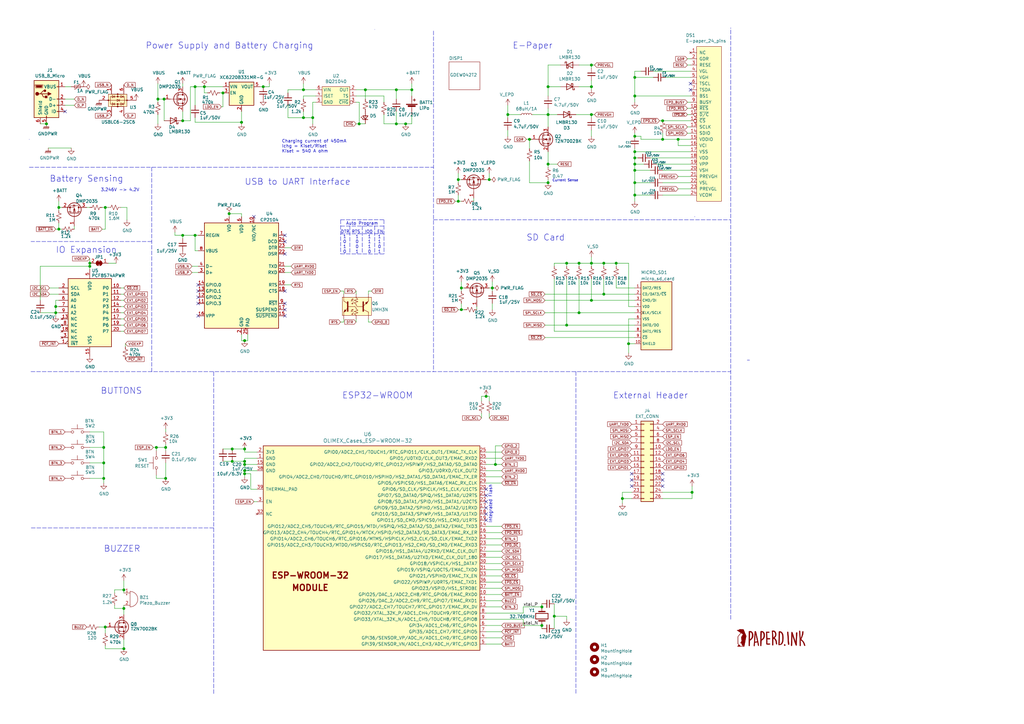
<source format=kicad_sch>
(kicad_sch (version 20211123) (generator eeschema)
  (paper "A3")
  (title_block (title "rev 3") (date "2019-09-15") (rev "1"))
  (lib_symbols
    (symbol "021_labs:BQ21040"
      (property "Reference" "U" (at 1.4224 -6.8326 0))
      (property "Value" "BQ21040" (at 5.08 -5.08 0))
      (symbol "BQ21040_0_0"
        (pin passive line (at 8.89 0 180) (length 2.54) (name "TS") (number "1"))
        (pin power_out line (at 8.89 2.54 180) (length 2.54) (name "OUT") (number "2"))
        (pin passive inverted (at 8.89 -2.54 180) (length 2.54) (name "~{CHG}") (number "3"))
        (pin input line (at -7.62 0 0) (length 2.54) (name "ISET") (number "4"))
        (pin power_in line (at -7.62 -2.54 0) (length 2.54) (name "GND") (number "5"))
        (pin power_in line (at -7.62 2.54 0) (length 2.54) (name "VIN") (number "6"))
      )
    )
    (symbol "021_labs:DMP2035" (pin_names (offset 1.016) hide)
      (property "Reference" "Q" (at 2.54 1.27 0))
      (property "Value" "DMP2035" (at 6.35 -1.27 0))
      (symbol "DMP2035_1_1"
        (pin passive line (at -7.62 0 0) (length 2.54) (name "G") (number "1"))
        (pin passive line (at 0 -5.08 90) (length 2.54) (name "S") (number "2"))
        (pin passive line (at 0 5.08 270) (length 2.54) (name "D") (number "3"))
      )
    )
    (symbol "021_labs:E-paper"
      (property "Reference" "DISP" (at 0 0 0))
      (property "Value" "E-paper" (at 0 -2.54 0))
    )
    (symbol "021_labs:E-paper_24_pins" (pin_names (offset 1.016))
      (property "Reference" "DS" (at 4.4958 -34.9758 0))
      (property "Value" "E-paper_24_pins" (at 11.43 -33.02 0))
      (symbol "E-paper_24_pins_0_0"
        (pin input inverted (at -5.08 7.62 0) (length 2.54) (name "~{RES}") (number "10"))
        (pin input inverted (at -5.08 5.08 0) (length 2.54) (name "~{D/C}") (number "11"))
        (pin input inverted (at -5.08 2.54 0) (length 2.54) (name "~{CS}") (number "12"))
        (pin bidirectional line (at -5.08 0 0) (length 2.54) (name "SCLK") (number "13"))
        (pin input line (at -5.08 -2.54 0) (length 2.54) (name "SDIO") (number "14"))
        (pin power_in line (at -5.08 -5.08 0) (length 2.54) (name "VDDIO") (number "15"))
        (pin power_in line (at -5.08 -7.62 0) (length 2.54) (name "VCI") (number "16"))
        (pin power_in line (at -5.08 -10.16 0) (length 2.54) (name "VSS") (number "17"))
        (pin passive line (at -5.08 -12.7 0) (length 2.54) (name "VDD") (number "18"))
        (pin passive line (at -5.08 -15.24 0) (length 2.54) (name "VPP") (number "19"))
        (pin output line (at -5.08 27.94 0) (length 2.54) (name "GDR") (number "2"))
        (pin passive line (at -5.08 -17.78 0) (length 2.54) (name "VSH") (number "20"))
        (pin passive line (at -5.08 -20.32 0) (length 2.54) (name "PREVGH") (number "21"))
        (pin passive line (at -5.08 -22.86 0) (length 2.54) (name "VSL") (number "22"))
        (pin passive line (at -5.08 -25.4 0) (length 2.54) (name "PREVGL") (number "23"))
        (pin passive line (at -5.08 -27.94 0) (length 2.54) (name "VCOM") (number "24"))
        (pin output line (at -5.08 25.4 0) (length 2.54) (name "RESE") (number "3"))
        (pin passive line (at -5.08 22.86 0) (length 2.54) (name "VGL") (number "4"))
        (pin passive line (at -5.08 20.32 0) (length 2.54) (name "VGH") (number "5"))
        (pin input line (at -5.08 17.78 0) (length 2.54) (name "TSCL") (number "6"))
        (pin bidirectional line (at -5.08 15.24 0) (length 2.54) (name "TSDA") (number "7"))
        (pin input line (at -5.08 12.7 0) (length 2.54) (name "BS1") (number "8"))
        (pin output line (at -5.08 10.16 0) (length 2.54) (name "BUSY") (number "9"))
      )
      (symbol "E-paper_24_pins_1_1"
        (pin no_connect line (at -5.08 30.48 0) (length 2.54) (name "NC") (number "1"))
      )
    )
    (symbol "021_labs:ESP-WROOM-32" (pin_names (offset 1.016))
      (property "Reference" "U" (at -35.56 43.18 0))
      (property "Value" "ESP-WROOM-32" (at 35.56 -45.72 0))
      (symbol "ESP-WROOM-32_0_0"
        (text "ESP-WROOM-32" (at -23.876 -12.446 0) (effects (font (size 2.4892 2.4892) bold)))
        (text "MODULE" (at -23.876 -17.526 0) (effects (font (size 2.4892 2.4892) bold)))
      )
      (symbol "ESP-WROOM-32_1_1"
        (pin power_in line (at -45.72 35.56 0) (length 2.54) (name "GND") (number "1"))
        (pin bidirectional line (at 48.26 -20.32 180) (length 2.54) (name "GPIO25/DAC_1/ADC2_CH8/RTC_GPIO6/EMAC_RXD0") (number "10"))
        (pin bidirectional line (at 48.26 -22.86 180) (length 2.54) (name "GPIO26/DAC_2/ADC2_CH9/RTC_GPIO7/EMAC_RXD1") (number "11"))
        (pin bidirectional line (at 48.26 -25.4 180) (length 2.54) (name "GPIO27/ADC2_CH7/TOUCH7/RTC_GPIO17/EMAC_RX_DV") (number "12"))
        (pin bidirectional line (at 48.26 2.54 180) (length 2.54) (name "GPIO14/ADC2_CH6/TOUCH6/RTC_GPIO16/MTMS/HSPICLK/HS2_CLK/SD_CLK/EMAC_TXD2") (number "13"))
        (pin bidirectional line (at 48.26 7.62 180) (length 2.54) (name "GPIO12/ADC2_CH5/TOUCH5/RTC_GPIO15/MTDI/HSPIQ/HS2_DATA2/SD_DATA2/EMAC_TXD3") (number "14"))
        (pin power_in line (at -45.72 33.02 0) (length 2.54) (name "GND") (number "15"))
        (pin bidirectional line (at 48.26 5.08 180) (length 2.54) (name "GPIO13/ADC2_CH4/TOUCH4/RTC_GPIO14/MTCK/HSPID/HS2_DATA3/SD_DATA3/EMAC_RX_ER") (number "16"))
        (pin bidirectional line (at 48.26 15.24 180) (length 2.54) (name "GPIO9/SD_DATA2/SPIHD/HS1_DATA2/U1RXD") (number "17"))
        (pin bidirectional line (at 48.26 12.7 180) (length 2.54) (name "GPIO10/SD_DATA3/SPIWP/HS1_DATA3/U1TXD") (number "18"))
        (pin bidirectional line (at 48.26 10.16 180) (length 2.54) (name "GPIO11/SD_CMD/SPICS0/HS1_CMD/U1RTS") (number "19"))
        (pin power_in line (at -45.72 38.1 0) (length 2.54) (name "3V3") (number "2"))
        (pin bidirectional line (at 48.26 22.86 180) (length 2.54) (name "GPIO6/SD_CLK/SPICLK/HS1_CLK/U1CTS") (number "20"))
        (pin bidirectional line (at 48.26 20.32 180) (length 2.54) (name "GPIO7/SD_DATA0/SPIQ/HS1_DATA0/U2RTS") (number "21"))
        (pin bidirectional line (at 48.26 17.78 180) (length 2.54) (name "GPIO8/SD_DATA1/SPID/HS1_DATA1/U2CTS") (number "22"))
        (pin bidirectional line (at 48.26 0 180) (length 2.54) (name "GPIO15/ADC2_CH3/TOUCH3/MTDO/HSPICS0/RTC_GPIO13/HS2_CMD/SD_CMD/EMAC_RXD3") (number "23"))
        (pin bidirectional line (at 48.26 33.02 180) (length 2.54) (name "GPIO2/ADC2_CH2/TOUCH2/RTC_GPIO12/HSPIWP/HS2_DATA0/SD_DATA0") (number "24"))
        (pin bidirectional line (at 48.26 38.1 180) (length 2.54) (name "GPIO0/ADC2_CH1/TOUCH1/RTC_GPIO11/CLK_OUT1/EMAC_TX_CLK") (number "25"))
        (pin bidirectional line (at 48.26 27.94 180) (length 2.54) (name "GPIO4/ADC2_CH0/TOUCH0/RTC_GPIO10/HSPIHD/HS2_DATA1/SD_DATA1/EMAC_TX_ER") (number "26"))
        (pin bidirectional line (at 48.26 -2.54 180) (length 2.54) (name "GPIO16/HS1_DATA4/U2RXD/EMAC_CLK_OUT") (number "27"))
        (pin bidirectional line (at 48.26 -5.08 180) (length 2.54) (name "GPIO17/HS1_DATA5/U2TXD/EMAC_CLK_OUT_180") (number "28"))
        (pin bidirectional line (at 48.26 25.4 180) (length 2.54) (name "GPIO5/VSPICS0/HS1_DATA6/EMAC_RX_CLK") (number "29"))
        (pin input line (at -45.72 17.78 0) (length 2.54) (name "EN") (number "3"))
        (pin bidirectional line (at 48.26 -7.62 180) (length 2.54) (name "GPIO18/VSPICLK/HS1_DATA7") (number "30"))
        (pin bidirectional line (at 48.26 -10.16 180) (length 2.54) (name "GPIO19/VSPIQ/U0CTS/EMAC_TXD0") (number "31"))
        (pin no_connect line (at -45.72 12.7 0) (length 2.54) (name "NC") (number "32"))
        (pin bidirectional line (at 48.26 -12.7 180) (length 2.54) (name "GPIO21/VSPIHD/EMAC_TX_EN") (number "33"))
        (pin bidirectional line (at 48.26 30.48 180) (length 2.54) (name "GPIO3/U0RXD/CLK_OUT2") (number "34"))
        (pin bidirectional line (at 48.26 35.56 180) (length 2.54) (name "GPIO1/U0TXD/CLK_OUT3/EMAC_RXD2") (number "35"))
        (pin bidirectional line (at 48.26 -15.24 180) (length 2.54) (name "GPIO22/VSPIWP/U0RTS/EMAC_TXD1") (number "36"))
        (pin bidirectional line (at 48.26 -17.78 180) (length 2.54) (name "GPIO23/VSPID/HS1_STROBE") (number "37"))
        (pin power_in line (at -45.72 30.48 0) (length 2.54) (name "GND") (number "38"))
        (pin power_in line (at -45.72 22.86 0) (length 2.54) (name "THERMAL_PAD") (number "39"))
        (pin input line (at 48.26 -38.1 180) (length 2.54) (name "GPI36/SENSOR_VP/ADC_H/ADC1_CH0/RTC_GPIO0") (number "4"))
        (pin input line (at 48.26 -40.64 180) (length 2.54) (name "GPI39/SENSOR_VN/ADC1_CH3/ADC_H/RTC_GPIO3") (number "5"))
        (pin input line (at 48.26 -33.02 180) (length 2.54) (name "GPI34/ADC1_CH6/RTC_GPIO4") (number "6"))
        (pin input line (at 48.26 -35.56 180) (length 2.54) (name "GPI35/ADC1_CH7/RTC_GPIO5") (number "7"))
        (pin bidirectional line (at 48.26 -27.94 180) (length 2.54) (name "GPIO32/XTAL_32K_P/ADC1_CH4/TOUCH9/RTC_GPIO9") (number "8"))
        (pin bidirectional line (at 48.26 -30.48 180) (length 2.54) (name "GPIO33/XTAL_32K_N/ADC1_CH5/TOUCH8/RTC_GPIO8") (number "9"))
      )
    )
    (symbol "021_labs:PCF8574APWR" (pin_names (offset 1.016))
      (property "Reference" "U" (at 1.7018 17.526 0))
      (property "Value" "PCF8574APWR" (at 7.874 15.494 0))
      (symbol "PCF8574APWR_1_1"
        (pin open_collector output_low (at -12.7 -12.7 0) (length 3.81) (name "~{INT}") (number "1"))
        (pin bidirectional line (at 12.7 10.16 180) (length 3.81) (name "P0") (number "10"))
        (pin bidirectional line (at 12.7 7.62 180) (length 3.81) (name "P1") (number "11"))
        (pin bidirectional line (at 12.7 5.08 180) (length 3.81) (name "P2") (number "12"))
        (pin no_connect line (at -11.43 -2.54 0) (length 2.54) (name "NC") (number "13"))
        (pin bidirectional line (at 12.7 2.54 180) (length 3.81) (name "P3") (number "14"))
        (pin power_out line (at 0 -17.78 90) (length 3.81) (name "VSS") (number "15"))
        (pin bidirectional line (at 12.7 0 180) (length 3.81) (name "P4") (number "16"))
        (pin bidirectional line (at 12.7 -2.54 180) (length 3.81) (name "P5") (number "17"))
        (pin no_connect line (at -11.43 -7.62 0) (length 2.54) (name "NC") (number "18"))
        (pin bidirectional line (at 12.7 -5.08 180) (length 3.81) (name "P6") (number "19"))
        (pin input line (at -12.7 10.16 0) (length 3.81) (name "SCL") (number "2"))
        (pin bidirectional line (at 12.7 -7.62 180) (length 3.81) (name "P7") (number "20"))
        (pin no_connect line (at -11.43 -10.16 0) (length 2.54) (name "NC") (number "3"))
        (pin bidirectional line (at -12.7 7.62 0) (length 3.81) (name "SDA") (number "4"))
        (pin power_in line (at 0 17.78 270) (length 3.81) (name "VDD") (number "5"))
        (pin input line (at -12.7 5.08 0) (length 3.81) (name "A0") (number "6"))
        (pin input line (at -12.7 2.54 0) (length 3.81) (name "A1") (number "7"))
        (pin no_connect line (at -11.43 -5.08 0) (length 2.54) (name "NC") (number "8"))
        (pin input line (at -12.7 0 0) (length 3.81) (name "A2") (number "9"))
      )
    )
    (symbol "021_labs:UMH3N" (pin_numbers hide) (pin_names (offset 0) hide)
      (property "Reference" "Q" (at 7.366 3.302 0))
      (property "Value" "UMH3N" (at 10.16 1.524 0))
      (symbol "UMH3N_0_0"
        (text "4.7k" (at -1.524 -2.2098 900) (effects (font (size 0.7874 0.7874))))
        (text "4.7k" (at -1.4986 2.1082 900) (effects (font (size 0.7874 0.7874))))
      )
      (symbol "UMH3N_1_1"
        (pin passive line (at -5.08 -5.08 90) (length 0.9906) (name "E1") (number "1"))
        (pin passive line (at 0 -5.08 90) (length 0.9906) (name "B1") (number "2"))
        (pin passive line (at 5.08 -5.08 90) (length 0.9906) (name "C2") (number "3"))
        (pin passive line (at 5.08 5.08 270) (length 0.9906) (name "E2") (number "4"))
        (pin passive line (at 0 5.08 270) (length 0.9906) (name "B2") (number "5"))
        (pin passive line (at -5.08 5.08 270) (length 0.9906) (name "C1") (number "6"))
      )
    )
    (symbol "021_labs:USBLC6-2SC6" (pin_names (offset 0) hide)
      (property "Reference" "U" (at 3.81 12.7 0))
      (property "Value" "USBLC6-2SC6" (at 10.16 10.16 0))
      (symbol "USBLC6-2SC6_1_1"
        (pin passive line (at -6.35 -1.27 0) (length 3.7084) (name "IO1") (number "1"))
        (pin passive line (at 0 -6.35 90) (length 3.7084) (name "GND") (number "2"))
        (pin passive line (at 6.35 -1.27 180) (length 3.7084) (name "IO2") (number "3"))
        (pin passive line (at 6.35 3.81 180) (length 3.7084) (name "IO2") (number "4"))
        (pin passive line (at 0 8.89 270) (length 3.7084) (name "VBUS") (number "5"))
        (pin passive line (at -6.35 3.81 0) (length 3.7084) (name "IO1") (number "6"))
      )
    )
    (symbol "021_labs:USB_B_Micro" (pin_names (offset 1.016))
      (property "Reference" "J" (at -5.08 11.43 0))
      (property "Value" "USB_B_Micro" (at -5.08 8.89 0))
      (symbol "USB_B_Micro_1_1"
        (pin power_out line (at 7.62 5.08 180) (length 2.54) (name "VBUS") (number "1"))
        (pin passive line (at 7.62 0 180) (length 2.54) (name "D-") (number "2"))
        (pin passive line (at 7.62 -2.54 180) (length 2.54) (name "D+") (number "3"))
        (pin passive line (at 7.62 -5.08 180) (length 2.54) (name "ID") (number "4"))
        (pin power_out line (at 0 -10.16 90) (length 2.54) (name "GND") (number "5"))
        (pin passive line (at -2.54 -10.16 90) (length 2.54) (name "Shield") (number "6"))
      )
    )
    (symbol "021_labs:paperd_ink_logo" (pin_names (offset 1.016)) (in_bom no))
    (symbol "Connector_Generic:Conn_02x13_Odd_Even" (pin_names hide)
      (property "Reference" "J" (at 1.27 17.78 0))
      (property "Value" "Conn_02x13_Odd_Even" (at 1.27 -17.78 0))
      (symbol "Conn_02x13_Odd_Even_1_1"
        (pin passive line (at -5.08 15.24 0) (length 3.81) (name "Pin_1") (number "1"))
        (pin passive line (at 7.62 5.08 180) (length 3.81) (name "Pin_10") (number "10"))
        (pin passive line (at -5.08 2.54 0) (length 3.81) (name "Pin_11") (number "11"))
        (pin passive line (at 7.62 2.54 180) (length 3.81) (name "Pin_12") (number "12"))
        (pin passive line (at -5.08 0 0) (length 3.81) (name "Pin_13") (number "13"))
        (pin passive line (at 7.62 0 180) (length 3.81) (name "Pin_14") (number "14"))
        (pin passive line (at -5.08 -2.54 0) (length 3.81) (name "Pin_15") (number "15"))
        (pin passive line (at 7.62 -2.54 180) (length 3.81) (name "Pin_16") (number "16"))
        (pin passive line (at -5.08 -5.08 0) (length 3.81) (name "Pin_17") (number "17"))
        (pin passive line (at 7.62 -5.08 180) (length 3.81) (name "Pin_18") (number "18"))
        (pin passive line (at -5.08 -7.62 0) (length 3.81) (name "Pin_19") (number "19"))
        (pin passive line (at 7.62 15.24 180) (length 3.81) (name "Pin_2") (number "2"))
        (pin passive line (at 7.62 -7.62 180) (length 3.81) (name "Pin_20") (number "20"))
        (pin passive line (at -5.08 -10.16 0) (length 3.81) (name "Pin_21") (number "21"))
        (pin passive line (at 7.62 -10.16 180) (length 3.81) (name "Pin_22") (number "22"))
        (pin passive line (at -5.08 -12.7 0) (length 3.81) (name "Pin_23") (number "23"))
        (pin passive line (at 7.62 -12.7 180) (length 3.81) (name "Pin_24") (number "24"))
        (pin passive line (at -5.08 -15.24 0) (length 3.81) (name "Pin_25") (number "25"))
        (pin passive line (at 7.62 -15.24 180) (length 3.81) (name "Pin_26") (number "26"))
        (pin passive line (at -5.08 12.7 0) (length 3.81) (name "Pin_3") (number "3"))
        (pin passive line (at 7.62 12.7 180) (length 3.81) (name "Pin_4") (number "4"))
        (pin passive line (at -5.08 10.16 0) (length 3.81) (name "Pin_5") (number "5"))
        (pin passive line (at 7.62 10.16 180) (length 3.81) (name "Pin_6") (number "6"))
        (pin passive line (at -5.08 7.62 0) (length 3.81) (name "Pin_7") (number "7"))
        (pin passive line (at 7.62 7.62 180) (length 3.81) (name "Pin_8") (number "8"))
        (pin passive line (at -5.08 5.08 0) (length 3.81) (name "Pin_9") (number "9"))
      )
    )
    (symbol "Device:Battery_Cell" (pin_numbers hide) (pin_names (offset 0) hide)
      (property "Reference" "BT" (at 2.54 2.54 0))
      (property "Value" "Battery_Cell" (at 2.54 0 0))
      (symbol "Battery_Cell_1_1"
        (pin passive line (at 0 5.08 270) (length 2.54) (name "+") (number "1"))
        (pin passive line (at 0 -2.54 90) (length 2.54) (name "-") (number "2"))
      )
    )
    (symbol "Device:Buzzer" (pin_names (offset 0.0254) hide)
      (property "Reference" "BZ" (at 3.81 1.27 0))
      (property "Value" "Buzzer" (at 3.81 -1.27 0))
      (symbol "Buzzer_1_1"
        (pin passive line (at -2.54 2.54 0) (length 2.54) (name "-") (number "1"))
        (pin passive line (at -2.54 -2.54 0) (length 2.54) (name "+") (number "2"))
      )
    )
    (symbol "Device:C_Small" (pin_numbers hide) (pin_names (offset 0.254) hide)
      (property "Reference" "C" (at 0.254 1.778 0))
      (property "Value" "C_Small" (at 0.254 -2.032 0))
      (symbol "C_Small_1_1"
        (pin passive line (at 0 2.54 270) (length 2.032) (name "~") (number "1"))
        (pin passive line (at 0 -2.54 90) (length 2.032) (name "~") (number "2"))
      )
    )
    (symbol "Device:Crystal" (pin_numbers hide) (pin_names hide)
      (property "Reference" "Y" (at 0 3.81 0))
      (property "Value" "Crystal" (at 0 -3.81 0))
      (symbol "Crystal_1_1"
        (pin passive line (at -3.81 0 0) (length 1.27) (name "1") (number "1"))
        (pin passive line (at 3.81 0 180) (length 1.27) (name "2") (number "2"))
      )
    )
    (symbol "Device:LED_Small" (pin_numbers hide) (pin_names (offset 0.254) hide)
      (property "Reference" "D" (at -1.27 3.175 0))
      (property "Value" "LED_Small" (at -4.445 -2.54 0))
      (symbol "LED_Small_1_1"
        (pin passive line (at -2.54 0 0) (length 1.778) (name "K") (number "1"))
        (pin passive line (at 2.54 0 180) (length 1.778) (name "A") (number "2"))
      )
    )
    (symbol "Device:L_Small" (pin_numbers hide) (pin_names (offset 0.254) hide)
      (property "Reference" "L" (at 0.762 1.016 0))
      (property "Value" "L_Small" (at 0.762 -1.016 0))
      (symbol "L_Small_1_1"
        (pin passive line (at 0 2.54 270) (length 0.508) (name "~") (number "1"))
        (pin passive line (at 0 -2.54 90) (length 0.508) (name "~") (number "2"))
      )
    )
    (symbol "Device:Polyfuse_Small" (pin_numbers hide) (pin_names (offset 0))
      (property "Reference" "F" (at -1.905 0 90))
      (property "Value" "Polyfuse_Small" (at 1.905 0 90))
      (symbol "Polyfuse_Small_1_1"
        (pin passive line (at 0 2.54 270) (length 0.635) (name "~") (number "1"))
        (pin passive line (at 0 -2.54 90) (length 0.635) (name "~") (number "2"))
      )
    )
    (symbol "Device:R_Small_US" (pin_numbers hide) (pin_names (offset 0.254) hide)
      (property "Reference" "R" (at 0.762 0.508 0))
      (property "Value" "R_Small_US" (at 0.762 -1.016 0))
      (symbol "R_Small_US_1_1"
        (pin passive line (at 0 2.54 270) (length 1.016) (name "~") (number "1"))
        (pin passive line (at 0 -2.54 90) (length 1.016) (name "~") (number "2"))
      )
    )
    (symbol "Device:R_Small_US_1" (pin_numbers hide) (pin_names (offset 0.254) hide)
      (property "Reference" "R" (at 0.762 0.508 0))
      (property "Value" "R_Small_US" (at 0.762 -1.016 0))
      (symbol "R_Small_US_1_1_1"
        (pin passive line (at 0 2.54 270) (length 1.016) (name "~") (number "1"))
        (pin passive line (at 0 -2.54 90) (length 1.016) (name "~") (number "2"))
      )
    )
    (symbol "Device:R_Small_US_10" (pin_numbers hide) (pin_names (offset 0.254) hide)
      (property "Reference" "R" (at 0.762 0.508 0))
      (property "Value" "R_Small_US" (at 0.762 -1.016 0))
      (symbol "R_Small_US_10_1_1"
        (pin passive line (at 0 2.54 270) (length 1.016) (name "~") (number "1"))
        (pin passive line (at 0 -2.54 90) (length 1.016) (name "~") (number "2"))
      )
    )
    (symbol "Device:R_Small_US_11" (pin_numbers hide) (pin_names (offset 0.254) hide)
      (property "Reference" "R" (at 0.762 0.508 0))
      (property "Value" "R_Small_US" (at 0.762 -1.016 0))
      (symbol "R_Small_US_11_1_1"
        (pin passive line (at 0 2.54 270) (length 1.016) (name "~") (number "1"))
        (pin passive line (at 0 -2.54 90) (length 1.016) (name "~") (number "2"))
      )
    )
    (symbol "Device:R_Small_US_12" (pin_numbers hide) (pin_names (offset 0.254) hide)
      (property "Reference" "R" (at 0.762 0.508 0))
      (property "Value" "R_Small_US" (at 0.762 -1.016 0))
      (symbol "R_Small_US_12_1_1"
        (pin passive line (at 0 2.54 270) (length 1.016) (name "~") (number "1"))
        (pin passive line (at 0 -2.54 90) (length 1.016) (name "~") (number "2"))
      )
    )
    (symbol "Device:R_Small_US_13" (pin_numbers hide) (pin_names (offset 0.254) hide)
      (property "Reference" "R" (at 0.762 0.508 0))
      (property "Value" "R_Small_US" (at 0.762 -1.016 0))
      (symbol "R_Small_US_13_1_1"
        (pin passive line (at 0 2.54 270) (length 1.016) (name "~") (number "1"))
        (pin passive line (at 0 -2.54 90) (length 1.016) (name "~") (number "2"))
      )
    )
    (symbol "Device:R_Small_US_14" (pin_numbers hide) (pin_names (offset 0.254) hide)
      (property "Reference" "R" (at 0.762 0.508 0))
      (property "Value" "R_Small_US" (at 0.762 -1.016 0))
      (symbol "R_Small_US_14_1_1"
        (pin passive line (at 0 2.54 270) (length 1.016) (name "~") (number "1"))
        (pin passive line (at 0 -2.54 90) (length 1.016) (name "~") (number "2"))
      )
    )
    (symbol "Device:R_Small_US_15" (pin_numbers hide) (pin_names (offset 0.254) hide)
      (property "Reference" "R" (at 0.762 0.508 0))
      (property "Value" "R_Small_US" (at 0.762 -1.016 0))
      (symbol "R_Small_US_15_1_1"
        (pin passive line (at 0 2.54 270) (length 1.016) (name "~") (number "1"))
        (pin passive line (at 0 -2.54 90) (length 1.016) (name "~") (number "2"))
      )
    )
    (symbol "Device:R_Small_US_16" (pin_numbers hide) (pin_names (offset 0.254) hide)
      (property "Reference" "R" (at 0.762 0.508 0))
      (property "Value" "R_Small_US" (at 0.762 -1.016 0))
      (symbol "R_Small_US_16_1_1"
        (pin passive line (at 0 2.54 270) (length 1.016) (name "~") (number "1"))
        (pin passive line (at 0 -2.54 90) (length 1.016) (name "~") (number "2"))
      )
    )
    (symbol "Device:R_Small_US_17" (pin_numbers hide) (pin_names (offset 0.254) hide)
      (property "Reference" "R" (at 0.762 0.508 0))
      (property "Value" "R_Small_US" (at 0.762 -1.016 0))
      (symbol "R_Small_US_17_1_1"
        (pin passive line (at 0 2.54 270) (length 1.016) (name "~") (number "1"))
        (pin passive line (at 0 -2.54 90) (length 1.016) (name "~") (number "2"))
      )
    )
    (symbol "Device:R_Small_US_18" (pin_numbers hide) (pin_names (offset 0.254) hide)
      (property "Reference" "R" (at 0.762 0.508 0))
      (property "Value" "R_Small_US" (at 0.762 -1.016 0))
      (symbol "R_Small_US_18_1_1"
        (pin passive line (at 0 2.54 270) (length 1.016) (name "~") (number "1"))
        (pin passive line (at 0 -2.54 90) (length 1.016) (name "~") (number "2"))
      )
    )
    (symbol "Device:R_Small_US_19" (pin_numbers hide) (pin_names (offset 0.254) hide)
      (property "Reference" "R" (at 0.762 0.508 0))
      (property "Value" "R_Small_US" (at 0.762 -1.016 0))
      (symbol "R_Small_US_19_1_1"
        (pin passive line (at 0 2.54 270) (length 1.016) (name "~") (number "1"))
        (pin passive line (at 0 -2.54 90) (length 1.016) (name "~") (number "2"))
      )
    )
    (symbol "Device:R_Small_US_2" (pin_numbers hide) (pin_names (offset 0.254) hide)
      (property "Reference" "R" (at 0.762 0.508 0))
      (property "Value" "R_Small_US" (at 0.762 -1.016 0))
      (symbol "R_Small_US_2_1_1"
        (pin passive line (at 0 2.54 270) (length 1.016) (name "~") (number "1"))
        (pin passive line (at 0 -2.54 90) (length 1.016) (name "~") (number "2"))
      )
    )
    (symbol "Device:R_Small_US_20" (pin_numbers hide) (pin_names (offset 0.254) hide)
      (property "Reference" "R" (at 0.762 0.508 0))
      (property "Value" "R_Small_US" (at 0.762 -1.016 0))
      (symbol "R_Small_US_20_1_1"
        (pin passive line (at 0 2.54 270) (length 1.016) (name "~") (number "1"))
        (pin passive line (at 0 -2.54 90) (length 1.016) (name "~") (number "2"))
      )
    )
    (symbol "Device:R_Small_US_21" (pin_numbers hide) (pin_names (offset 0.254) hide)
      (property "Reference" "R" (at 0.762 0.508 0))
      (property "Value" "R_Small_US" (at 0.762 -1.016 0))
      (symbol "R_Small_US_21_1_1"
        (pin passive line (at 0 2.54 270) (length 1.016) (name "~") (number "1"))
        (pin passive line (at 0 -2.54 90) (length 1.016) (name "~") (number "2"))
      )
    )
    (symbol "Device:R_Small_US_22" (pin_numbers hide) (pin_names (offset 0.254) hide)
      (property "Reference" "R" (at 0.762 0.508 0))
      (property "Value" "R_Small_US" (at 0.762 -1.016 0))
      (symbol "R_Small_US_22_1_1"
        (pin passive line (at 0 2.54 270) (length 1.016) (name "~") (number "1"))
        (pin passive line (at 0 -2.54 90) (length 1.016) (name "~") (number "2"))
      )
    )
    (symbol "Device:R_Small_US_23" (pin_numbers hide) (pin_names (offset 0.254) hide)
      (property "Reference" "R" (at 0.762 0.508 0))
      (property "Value" "R_Small_US" (at 0.762 -1.016 0))
      (symbol "R_Small_US_23_1_1"
        (pin passive line (at 0 2.54 270) (length 1.016) (name "~") (number "1"))
        (pin passive line (at 0 -2.54 90) (length 1.016) (name "~") (number "2"))
      )
    )
    (symbol "Device:R_Small_US_24" (pin_numbers hide) (pin_names (offset 0.254) hide)
      (property "Reference" "R" (at 0.762 0.508 0))
      (property "Value" "R_Small_US" (at 0.762 -1.016 0))
      (symbol "R_Small_US_24_1_1"
        (pin passive line (at 0 2.54 270) (length 1.016) (name "~") (number "1"))
        (pin passive line (at 0 -2.54 90) (length 1.016) (name "~") (number "2"))
      )
    )
    (symbol "Device:R_Small_US_25" (pin_numbers hide) (pin_names (offset 0.254) hide)
      (property "Reference" "R" (at 0.762 0.508 0))
      (property "Value" "R_Small_US" (at 0.762 -1.016 0))
      (symbol "R_Small_US_25_1_1"
        (pin passive line (at 0 2.54 270) (length 1.016) (name "~") (number "1"))
        (pin passive line (at 0 -2.54 90) (length 1.016) (name "~") (number "2"))
      )
    )
    (symbol "Device:R_Small_US_26" (pin_numbers hide) (pin_names (offset 0.254) hide)
      (property "Reference" "R" (at 0.762 0.508 0))
      (property "Value" "R_Small_US" (at 0.762 -1.016 0))
      (symbol "R_Small_US_26_1_1"
        (pin passive line (at 0 2.54 270) (length 1.016) (name "~") (number "1"))
        (pin passive line (at 0 -2.54 90) (length 1.016) (name "~") (number "2"))
      )
    )
    (symbol "Device:R_Small_US_27" (pin_numbers hide) (pin_names (offset 0.254) hide)
      (property "Reference" "R" (at 0.762 0.508 0))
      (property "Value" "R_Small_US" (at 0.762 -1.016 0))
      (symbol "R_Small_US_27_1_1"
        (pin passive line (at 0 2.54 270) (length 1.016) (name "~") (number "1"))
        (pin passive line (at 0 -2.54 90) (length 1.016) (name "~") (number "2"))
      )
    )
    (symbol "Device:R_Small_US_28" (pin_numbers hide) (pin_names (offset 0.254) hide)
      (property "Reference" "R" (at 0.762 0.508 0))
      (property "Value" "R_Small_US" (at 0.762 -1.016 0))
      (symbol "R_Small_US_28_1_1"
        (pin passive line (at 0 2.54 270) (length 1.016) (name "~") (number "1"))
        (pin passive line (at 0 -2.54 90) (length 1.016) (name "~") (number "2"))
      )
    )
    (symbol "Device:R_Small_US_3" (pin_numbers hide) (pin_names (offset 0.254) hide)
      (property "Reference" "R" (at 0.762 0.508 0))
      (property "Value" "R_Small_US" (at 0.762 -1.016 0))
      (symbol "R_Small_US_3_1_1"
        (pin passive line (at 0 2.54 270) (length 1.016) (name "~") (number "1"))
        (pin passive line (at 0 -2.54 90) (length 1.016) (name "~") (number "2"))
      )
    )
    (symbol "Device:R_Small_US_4" (pin_numbers hide) (pin_names (offset 0.254) hide)
      (property "Reference" "R" (at 0.762 0.508 0))
      (property "Value" "R_Small_US" (at 0.762 -1.016 0))
      (symbol "R_Small_US_4_1_1"
        (pin passive line (at 0 2.54 270) (length 1.016) (name "~") (number "1"))
        (pin passive line (at 0 -2.54 90) (length 1.016) (name "~") (number "2"))
      )
    )
    (symbol "Device:R_Small_US_5" (pin_numbers hide) (pin_names (offset 0.254) hide)
      (property "Reference" "R" (at 0.762 0.508 0))
      (property "Value" "R_Small_US" (at 0.762 -1.016 0))
      (symbol "R_Small_US_5_1_1"
        (pin passive line (at 0 2.54 270) (length 1.016) (name "~") (number "1"))
        (pin passive line (at 0 -2.54 90) (length 1.016) (name "~") (number "2"))
      )
    )
    (symbol "Device:R_Small_US_6" (pin_numbers hide) (pin_names (offset 0.254) hide)
      (property "Reference" "R" (at 0.762 0.508 0))
      (property "Value" "R_Small_US" (at 0.762 -1.016 0))
      (symbol "R_Small_US_6_1_1"
        (pin passive line (at 0 2.54 270) (length 1.016) (name "~") (number "1"))
        (pin passive line (at 0 -2.54 90) (length 1.016) (name "~") (number "2"))
      )
    )
    (symbol "Device:R_Small_US_7" (pin_numbers hide) (pin_names (offset 0.254) hide)
      (property "Reference" "R" (at 0.762 0.508 0))
      (property "Value" "R_Small_US" (at 0.762 -1.016 0))
      (symbol "R_Small_US_7_1_1"
        (pin passive line (at 0 2.54 270) (length 1.016) (name "~") (number "1"))
        (pin passive line (at 0 -2.54 90) (length 1.016) (name "~") (number "2"))
      )
    )
    (symbol "Device:R_Small_US_8" (pin_numbers hide) (pin_names (offset 0.254) hide)
      (property "Reference" "R" (at 0.762 0.508 0))
      (property "Value" "R_Small_US" (at 0.762 -1.016 0))
      (symbol "R_Small_US_8_1_1"
        (pin passive line (at 0 2.54 270) (length 1.016) (name "~") (number "1"))
        (pin passive line (at 0 -2.54 90) (length 1.016) (name "~") (number "2"))
      )
    )
    (symbol "Device:R_Small_US_9" (pin_numbers hide) (pin_names (offset 0.254) hide)
      (property "Reference" "R" (at 0.762 0.508 0))
      (property "Value" "R_Small_US" (at 0.762 -1.016 0))
      (symbol "R_Small_US_9_1_1"
        (pin passive line (at 0 2.54 270) (length 1.016) (name "~") (number "1"))
        (pin passive line (at 0 -2.54 90) (length 1.016) (name "~") (number "2"))
      )
    )
    (symbol "Diode:MBR0530" (pin_numbers hide) (pin_names hide)
      (property "Reference" "D" (at 0 2.54 0))
      (property "Value" "MBR0530" (at 0 -2.54 0))
      (symbol "MBR0530_1_1"
        (pin passive line (at -3.81 0 0) (length 2.54) (name "K") (number "1"))
        (pin passive line (at 3.81 0 180) (length 2.54) (name "A") (number "2"))
      )
    )
    (symbol "Jumper:SolderJumper_2_Bridged" (pin_names (offset 0) hide)
      (property "Reference" "JP" (at 0 2.032 0))
      (property "Value" "SolderJumper_2_Bridged" (at 0 -2.54 0))
      (symbol "SolderJumper_2_Bridged_1_1"
        (pin passive line (at -3.81 0 0) (length 2.54) (name "A") (number "1"))
        (pin passive line (at 3.81 0 180) (length 2.54) (name "B") (number "2"))
      )
    )
    (symbol "KaroDesk_V1-rescue:CP2104-Interface_USB"
      (property "Reference" "U" (at -7.62 23.495 0))
      (property "Value" "CP2104-Interface_USB" (at -7.62 21.59 0))
      (symbol "CP2104-Interface_USB_1_1"
        (pin input line (at 17.78 15.24 180) (length 2.54) (name "RI") (number "1"))
        (pin power_out line (at 5.08 22.86 270) (length 2.54) (name "VIO/NC") (number "10"))
        (pin bidirectional line (at -17.78 -12.7 0) (length 2.54) (name "GPIO.3") (number "11"))
        (pin bidirectional line (at -17.78 -10.16 0) (length 2.54) (name "GPIO.2") (number "12"))
        (pin bidirectional line (at -17.78 -7.62 0) (length 2.54) (name "GPIO.1") (number "13"))
        (pin bidirectional line (at -17.78 -5.08 0) (length 2.54) (name "GPIO.0") (number "14"))
        (pin output line (at 17.78 -17.78 180) (length 2.54) (name "~{SUSPEND}") (number "15"))
        (pin passive line (at -17.78 -17.78 0) (length 2.54) (name "VPP") (number "16"))
        (pin output line (at 17.78 -15.24 180) (length 2.54) (name "SUSPEND") (number "17"))
        (pin input line (at 17.78 -7.62 180) (length 2.54) (name "CTS") (number "18"))
        (pin output line (at 17.78 -5.08 180) (length 2.54) (name "RTS") (number "19"))
        (pin power_in line (at 0 -25.4 90) (length 2.54) (name "GND") (number "2"))
        (pin input line (at 17.78 0 180) (length 2.54) (name "RXD") (number "20"))
        (pin output line (at 17.78 2.54 180) (length 2.54) (name "TXD") (number "21"))
        (pin input line (at 17.78 7.62 180) (length 2.54) (name "DSR") (number "22"))
        (pin output line (at 17.78 10.16 180) (length 2.54) (name "DTR") (number "23"))
        (pin input line (at 17.78 12.7 180) (length 2.54) (name "DCD") (number "24"))
        (pin power_in line (at 2.54 -25.4 90) (length 2.54) (name "PAD") (number "25"))
        (pin bidirectional line (at -17.78 0 0) (length 2.54) (name "D+") (number "3"))
        (pin bidirectional line (at -17.78 2.54 0) (length 2.54) (name "D-") (number "4"))
        (pin power_in line (at -5.08 22.86 270) (length 2.54) (name "VIO") (number "5"))
        (pin power_in line (at 0 22.86 270) (length 2.54) (name "VDD") (number "6"))
        (pin power_in line (at -17.78 15.24 0) (length 2.54) (name "REGIN") (number "7"))
        (pin input line (at -17.78 8.89 0) (length 2.54) (name "VBUS") (number "8"))
        (pin bidirectional line (at 17.78 -12.7 180) (length 2.54) (name "~{RST}") (number "9"))
      )
    )
    (symbol "KaroDesk_V1-rescue:NTA4153NT1G-Transistor_FET" (pin_names hide)
      (property "Reference" "Q" (at 1.778 -5.5118 0))
      (property "Value" "NTA4153NT1G-Transistor_FET" (at 7.62 -7.62 0))
      (symbol "NTA4153NT1G-Transistor_FET_1_1"
        (pin passive line (at -7.62 0 0) (length 3.81) (name "G") (number "1"))
        (pin passive line (at 0 -5.08 90) (length 2.54) (name "S") (number "2"))
        (pin passive line (at 0 5.08 270) (length 2.54) (name "D") (number "3"))
      )
    )
    (symbol "KaroDesk_V1-rescue:V_EPD-power" (power)
      (property "Value" "V_EPD-power" (at 0 3.81 0))
      (symbol "V_EPD-power_1_1"
        (pin power_in line (at 0 0 90) (length 0) hide (name "V_EPD") (number "1"))
      )
    )
    (symbol "KaroDesk_V1-rescue:V_SD-power" (power)
      (property "Value" "V_SD-power" (at 0.6858 3.683 0))
      (symbol "V_SD-power_1_1"
        (pin power_in line (at 0 0 90) (length 0) hide (name "V_SD") (number "1"))
      )
    )
    (symbol "KaroDesk_V1-rescue:micro_sd_card-karowear"
      (property "Reference" "MICRO_SD" (at -0.8382 17.0688 0))
      (property "Value" "micro_sd_card-karowear" (at 1.1684 15.4432 0))
      (symbol "micro_sd_card-karowear_1_1"
        (pin input line (at -8.89 11.43 0) (length 2.54) (name "DAT2/RES") (number "1"))
        (pin passive line (at -8.89 -11.43 0) (length 2.54) (name "SHIELD") (number "10"))
        (pin input line (at -8.89 8.89 0) (length 2.54) (name "CD/DAT3/~{CS}") (number "2"))
        (pin input line (at -8.89 6.35 0) (length 2.54) (name "CMD/DI") (number "3"))
        (pin power_in line (at -8.89 3.81 0) (length 2.54) (name "VDD") (number "4"))
        (pin input clock (at -8.89 1.27 0) (length 2.54) (name "CLK/SCLK") (number "5"))
        (pin power_in line (at -8.89 -1.27 0) (length 2.54) (name "VSS") (number "6"))
        (pin output line (at -8.89 -3.81 0) (length 2.54) (name "DAT0/DO") (number "7"))
        (pin input line (at -8.89 -6.35 0) (length 2.54) (name "DAT1/RES") (number "8"))
        (pin output line (at -8.89 -8.89 0) (length 2.54) (name "~{CD}") (number "9"))
      )
    )
    (symbol "Mechanical:MountingHole" (pin_names (offset 1.016))
      (property "Reference" "H" (at 0 5.08 0))
      (property "Value" "MountingHole" (at 0 3.175 0))
    )
    (symbol "Regulator_Linear:AP2112K-3.3" (pin_names (offset 0.254))
      (property "Reference" "U" (at -5.08 5.715 0))
      (property "Value" "AP2112K-3.3" (at 0 5.715 0))
      (symbol "AP2112K-3.3_1_1"
        (pin power_in line (at -7.62 2.54 0) (length 2.54) (name "VIN") (number "1"))
        (pin power_in line (at 0 -7.62 90) (length 2.54) (name "GND") (number "2"))
        (pin input line (at -7.62 0 0) (length 2.54) (name "EN") (number "3"))
        (pin no_connect line (at 5.08 0 180) (length 2.54) hide (name "NC") (number "4"))
        (pin power_out line (at 7.62 2.54 180) (length 2.54) (name "VOUT") (number "5"))
      )
    )
    (symbol "Switch:SW_Push" (pin_numbers hide) (pin_names hide)
      (property "Reference" "SW" (at 1.27 2.54 0))
      (property "Value" "SW_Push" (at 0 -1.524 0))
      (symbol "SW_Push_0_1"
        (pin passive line (at -5.08 0 0) (length 2.54) (name "1") (number "1"))
        (pin passive line (at 5.08 0 180) (length 2.54) (name "2") (number "2"))
      )
    )
    (symbol "Switch:SW_Push_1" (pin_numbers hide) (pin_names hide)
      (property "Reference" "SW" (at 1.27 2.54 0))
      (property "Value" "SW_Push" (at 0 -1.524 0))
      (symbol "SW_Push_1_0_1"
        (pin passive line (at -5.08 0 0) (length 2.54) (name "1") (number "1"))
        (pin passive line (at 5.08 0 180) (length 2.54) (name "2") (number "2"))
      )
    )
    (symbol "Switch:SW_Push_2" (pin_numbers hide) (pin_names hide)
      (property "Reference" "SW" (at 1.27 2.54 0))
      (property "Value" "SW_Push" (at 0 -1.524 0))
      (symbol "SW_Push_2_0_1"
        (pin passive line (at -5.08 0 0) (length 2.54) (name "1") (number "1"))
        (pin passive line (at 5.08 0 180) (length 2.54) (name "2") (number "2"))
      )
    )
    (symbol "Switch:SW_Push_3" (pin_numbers hide) (pin_names hide)
      (property "Reference" "SW" (at 1.27 2.54 0))
      (property "Value" "SW_Push" (at 0 -1.524 0))
      (symbol "SW_Push_3_0_1"
        (pin passive line (at -5.08 0 0) (length 2.54) (name "1") (number "1"))
        (pin passive line (at 5.08 0 180) (length 2.54) (name "2") (number "2"))
      )
    )
    (symbol "Switch:SW_Push_4" (pin_numbers hide) (pin_names hide)
      (property "Reference" "SW" (at 1.27 2.54 0))
      (property "Value" "SW_Push" (at 0 -1.524 0))
      (symbol "SW_Push_4_0_1"
        (pin passive line (at -5.08 0 0) (length 2.54) (name "1") (number "1"))
        (pin passive line (at 5.08 0 180) (length 2.54) (name "2") (number "2"))
      )
    )
    (symbol "power:+3V3" (power) (pin_names (offset 0))
      (property "Value" "+3V3" (at 0 3.556 0))
      (symbol "+3V3_1_1"
        (pin power_in line (at 0 0 90) (length 0) hide (name "+3V3") (number "1"))
      )
    )
    (symbol "power:+BATT" (power) (pin_names (offset 0))
      (property "Value" "+BATT" (at 0 3.556 0))
      (symbol "+BATT_1_1"
        (pin power_in line (at 0 0 90) (length 0) hide (name "+BATT") (number "1"))
      )
    )
    (symbol "power:GND" (power) (pin_names (offset 0))
      (property "Value" "GND" (at 0 -3.81 0))
      (symbol "GND_1_1"
        (pin power_in line (at 0 0 270) (length 0) hide (name "GND") (number "1"))
      )
    )
    (symbol "power:GNDPWR" (power) (pin_names (offset 0))
      (property "Value" "GNDPWR" (at 0 -3.302 0))
      (symbol "GNDPWR_1_1"
        (pin power_in line (at 0 0 270) (length 0) hide (name "GNDPWR") (number "1"))
      )
    )
    (symbol "power:PWR_FLAG" (power) (pin_numbers hide) (pin_names (offset 0) hide)
      (property "Value" "PWR_FLAG" (at 0 3.81 0))
      (symbol "PWR_FLAG_0_0"
        (pin power_out line (at 0 0 90) (length 0) (name "pwr") (number "1"))
      )
    )
    (symbol "power:PWR_FLAG_1" (power) (pin_numbers hide) (pin_names (offset 0) hide)
      (property "Value" "PWR_FLAG" (at 0 3.81 0))
      (symbol "PWR_FLAG_1_0_0"
        (pin power_out line (at 0 0 90) (length 0) (name "pwr") (number "1"))
      )
    )
    (symbol "power:PWR_FLAG_2" (power) (pin_numbers hide) (pin_names (offset 0) hide)
      (property "Value" "PWR_FLAG" (at 0 3.81 0))
      (symbol "PWR_FLAG_2_0_0"
        (pin power_out line (at 0 0 90) (length 0) (name "pwr") (number "1"))
      )
    )
    (symbol "power:VBUS" (power) (pin_names (offset 0))
      (property "Value" "VBUS" (at 0 3.81 0))
      (symbol "VBUS_1_1"
        (pin power_in line (at 0 0 90) (length 0) hide (name "VBUS") (number "1"))
      )
    )
  )
  (junction (at 24.13 85.09) (diameter 1.016))
  (junction (at 67.945 196.215) (diameter 1.016))
  (junction (at 203.2 190.5) (diameter 1.016))
  (junction (at 19.05 50.8) (diameter 1.016))
  (junction (at 43.18 85.09) (diameter 1.016))
  (junction (at 201.93 118.11) (diameter 1.016))
  (junction (at 260.35 74.93) (diameter 1.016))
  (junction (at 64.77 40.64) (diameter 1.016))
  (junction (at 50.8 241.935) (diameter 1.016))
  (junction (at 168.91 36.83) (diameter 1.016))
  (junction (at 80.01 35.56) (diameter 1.016))
  (junction (at 93.98 87.63) (diameter 1.016))
  (junction (at 278.13 57.15) (diameter 1.016))
  (junction (at 100.33 139.7) (diameter 1.016))
  (junction (at 107.95 35.56) (diameter 1.016))
  (junction (at 50.8 266.065) (diameter 1.016))
  (junction (at 42.545 196.215) (diameter 1.016))
  (junction (at 22.86 125.73) (diameter 1.016))
  (junction (at 247.65 120.65) (diameter 1.016))
  (junction (at 99.06 50.165) (diameter 1.016))
  (junction (at 100.33 193.04) (diameter 1.016))
  (junction (at 257.81 140.97) (diameter 1.016))
  (junction (at 255.27 204.47) (diameter 1.016))
  (junction (at 260.35 39.37) (diameter 1.016))
  (junction (at 242.57 123.19) (diameter 1.016))
  (junction (at 124.46 36.83) (diameter 1.016))
  (junction (at 22.86 128.27) (diameter 1.016))
  (junction (at 100.33 190.5) (diameter 1.016))
  (junction (at 50.8 249.555) (diameter 1.016))
  (junction (at 162.56 36.83) (diameter 1.016))
  (junction (at 189.23 127) (diameter 1.016))
  (junction (at 260.35 80.01) (diameter 1.016))
  (junction (at 100.33 184.15) (diameter 1.016))
  (junction (at 222.25 256.54) (diameter 1.016))
  (junction (at 42.545 183.515) (diameter 1.016))
  (junction (at 128.27 48.26) (diameter 1.016))
  (junction (at 271.78 57.15) (diameter 1.016))
  (junction (at 91.44 38.1) (diameter 1.016))
  (junction (at 260.35 62.23) (diameter 1.016))
  (junction (at 260.35 64.77) (diameter 1.016))
  (junction (at 100.33 194.31) (diameter 1.016))
  (junction (at 187.96 82.55) (diameter 1.016))
  (junction (at 252.73 107.95) (diameter 1.016))
  (junction (at 271.78 49.53) (diameter 1.016))
  (junction (at 242.57 107.95) (diameter 1.016))
  (junction (at 232.41 107.95) (diameter 1.016))
  (junction (at 124.46 48.26) (diameter 1.016))
  (junction (at 43.18 257.175) (diameter 1.016))
  (junction (at 237.49 128.27) (diameter 1.016))
  (junction (at 224.79 67.31) (diameter 1.016))
  (junction (at 187.96 73.66) (diameter 1.016))
  (junction (at 166.37 50.8) (diameter 1.016))
  (junction (at 162.56 50.8) (diameter 1.016))
  (junction (at 36.83 107.95) (diameter 1.016))
  (junction (at 74.93 49.53) (diameter 1.016))
  (junction (at 74.93 96.52) (diameter 1.016))
  (junction (at 67.31 40.64) (diameter 1.016))
  (junction (at 242.57 46.99) (diameter 1.016))
  (junction (at 64.135 183.515) (diameter 1.016))
  (junction (at 80.01 96.52) (diameter 1.016))
  (junction (at 237.49 107.95) (diameter 1.016))
  (junction (at 224.79 35.56) (diameter 1.016))
  (junction (at 100.33 189.23) (diameter 1.016))
  (junction (at 260.35 67.31) (diameter 1.016))
  (junction (at 242.57 35.56) (diameter 1.016))
  (junction (at 227.33 252.73) (diameter 1.016))
  (junction (at 36.83 109.22) (diameter 1.016))
  (junction (at 247.65 107.95) (diameter 1.016))
  (junction (at 224.79 46.99) (diameter 1.016))
  (junction (at 67.945 183.515) (diameter 1.016))
  (junction (at 147.32 50.8) (diameter 1.016))
  (junction (at 24.13 93.98) (diameter 1.016))
  (junction (at 189.23 118.11) (diameter 1.016))
  (junction (at 95.25 189.23) (diameter 1.016))
  (junction (at 224.79 74.93) (diameter 1.016))
  (junction (at 260.35 69.85) (diameter 1.016))
  (junction (at 260.35 55.88) (diameter 1.016))
  (junction (at 232.41 133.35) (diameter 1.016))
  (junction (at 83.82 35.56) (diameter 1.016))
  (junction (at 200.66 73.66) (diameter 1.016))
  (junction (at 149.86 36.83) (diameter 1.016))
  (junction (at 283.845 201.93) (diameter 1.016))
  (junction (at 222.25 248.92) (diameter 1.016))
  (junction (at 95.25 184.15) (diameter 1.016))
  (junction (at 217.17 57.15) (diameter 1.016))
  (junction (at 199.39 162.56) (diameter 1.016))
  (junction (at 260.35 31.75) (diameter 1.016))
  (junction (at 242.57 26.67) (diameter 1.016))
  (junction (at 42.545 189.865) (diameter 1.016))
  (junction (at 208.28 46.99) (diameter 1.016))
  (no_connect (at 199.39 205.74))
  (no_connect (at 271.78 194.31))
  (no_connect (at 81.28 129.54))
  (no_connect (at 81.28 124.46))
  (no_connect (at 259.08 194.31))
  (no_connect (at 116.84 124.46))
  (no_connect (at 199.39 208.28))
  (no_connect (at 271.78 199.39))
  (no_connect (at 283.21 36.83))
  (no_connect (at 199.39 213.36))
  (no_connect (at 116.84 96.52))
  (no_connect (at 259.08 196.85))
  (no_connect (at 259.08 199.39))
  (no_connect (at 199.39 203.2))
  (no_connect (at 116.84 99.06))
  (no_connect (at 199.39 200.66))
  (no_connect (at 81.28 116.84))
  (no_connect (at 116.84 104.14))
  (no_connect (at 81.28 119.38))
  (no_connect (at 283.21 34.29))
  (no_connect (at 26.67 45.72))
  (no_connect (at 116.84 119.38))
  (no_connect (at 104.14 88.9))
  (no_connect (at 199.39 210.82))
  (no_connect (at 271.78 196.85))
  (no_connect (at 81.28 121.92))
  (no_connect (at 116.84 129.54))
  (no_connect (at 116.84 127))
  (wire (pts (xy 26.67 40.64) (xy 30.48 40.64)))
  (wire (pts (xy 162.56 40.64) (xy 162.56 36.83)))
  (wire (pts (xy 49.53 85.09) (xy 52.07 85.09)))
  (wire (pts (xy 140.97 130.81) (xy 140.97 132.08)))
  (wire (pts (xy 264.16 67.31) (xy 260.35 67.31)))
  (wire (pts (xy 205.74 226.06) (xy 199.39 226.06)))
  (wire (pts (xy 194.31 82.55) (xy 194.31 81.28)))
  (wire (pts (xy 42.545 189.865) (xy 42.545 196.215)))
  (wire (pts (xy 67.945 182.245) (xy 67.945 183.515)))
  (wire (pts (xy 205.74 198.12) (xy 199.39 198.12)))
  (wire (pts (xy 260.35 31.75) (xy 260.35 29.21)))
  (wire (pts (xy 278.13 57.15) (xy 271.78 57.15)))
  (wire (pts (xy 22.86 125.73) (xy 22.86 128.27)))
  (wire (pts (xy 124.46 40.64) (xy 124.46 39.37)))
  (wire (pts (xy 162.56 50.8) (xy 166.37 50.8)))
  (wire (pts (xy 140.97 120.65) (xy 140.97 119.38)))
  (wire (pts (xy 189.23 127) (xy 190.5 127)))
  (wire (pts (xy 40.64 257.175) (xy 43.18 257.175)))
  (wire (pts (xy 64.77 40.64) (xy 67.31 40.64)))
  (polyline (pts (xy 139.7 92.71) (xy 157.48 92.71)) (stroke (width 0) (type dash)))
  (wire (pts (xy 81.28 102.87) (xy 80.01 102.87)))
  (wire (pts (xy 260.35 29.21) (xy 262.89 29.21)))
  (wire (pts (xy 199.39 215.9) (xy 205.74 215.9)))
  (wire (pts (xy 260.35 138.43) (xy 223.52 138.43)))
  (wire (pts (xy 257.81 130.81) (xy 257.81 140.97)))
  (wire (pts (xy 228.6 67.31) (xy 224.79 67.31)))
  (wire (pts (xy 217.17 60.96) (xy 217.17 57.15)))
  (wire (pts (xy 224.79 52.07) (xy 224.79 46.99)))
  (wire (pts (xy 260.35 125.73) (xy 257.81 125.73)))
  (wire (pts (xy 190.5 118.11) (xy 189.23 118.11)))
  (wire (pts (xy 283.21 41.91) (xy 281.94 41.91)))
  (wire (pts (xy 271.78 204.47) (xy 283.845 204.47)))
  (wire (pts (xy 242.57 114.3) (xy 242.57 123.19)))
  (wire (pts (xy 203.2 182.88) (xy 205.74 182.88)))
  (wire (pts (xy 281.94 52.07) (xy 283.21 52.07)))
  (wire (pts (xy 208.28 48.26) (xy 208.28 46.99)))
  (wire (pts (xy 224.79 73.66) (xy 224.79 74.93)))
  (polyline (pts (xy 284.9372 88.9) (xy 284.9372 88.8492)) (stroke (width 0) (type dash)))
  (wire (pts (xy 93.98 88.9) (xy 93.98 87.63)))
  (wire (pts (xy 260.35 31.75) (xy 260.35 39.37)))
  (wire (pts (xy 237.49 109.22) (xy 237.49 107.95)))
  (wire (pts (xy 95.25 189.23) (xy 100.33 189.23)))
  (wire (pts (xy 189.23 124.46) (xy 189.23 127)))
  (wire (pts (xy 146.05 120.65) (xy 146.05 119.38)))
  (wire (pts (xy 43.18 266.065) (xy 50.8 266.065)))
  (wire (pts (xy 200.66 169.545) (xy 200.66 171.45)))
  (wire (pts (xy 214.63 256.54) (xy 222.25 256.54)))
  (wire (pts (xy 199.39 261.62) (xy 205.74 261.62)))
  (wire (pts (xy 146.05 36.83) (xy 149.86 36.83)))
  (wire (pts (xy 149.86 36.83) (xy 162.56 36.83)))
  (wire (pts (xy 283.21 54.61) (xy 281.94 54.61)))
  (wire (pts (xy 217.17 66.04) (xy 217.17 74.93)))
  (wire (pts (xy 100.33 193.04) (xy 100.33 194.31)))
  (wire (pts (xy 227.33 107.95) (xy 232.41 107.95)))
  (wire (pts (xy 116.84 116.84) (xy 119.38 116.84)))
  (wire (pts (xy 260.35 64.77) (xy 260.35 67.31)))
  (wire (pts (xy 64.135 196.215) (xy 64.135 194.945)))
  (wire (pts (xy 260.35 130.81) (xy 257.81 130.81)))
  (wire (pts (xy 271.78 57.15) (xy 262.89 57.15)))
  (wire (pts (xy 283.845 201.93) (xy 283.845 199.39)))
  (wire (pts (xy 168.91 39.37) (xy 168.91 36.83)))
  (wire (pts (xy 260.35 74.93) (xy 260.35 80.01)))
  (wire (pts (xy 22.86 123.19) (xy 22.86 125.73)))
  (wire (pts (xy 214.63 254) (xy 214.63 256.54)))
  (wire (pts (xy 149.86 36.83) (xy 149.86 40.64)))
  (wire (pts (xy 237.49 35.56) (xy 242.57 35.56)))
  (wire (pts (xy 43.18 257.175) (xy 43.18 259.715)))
  (wire (pts (xy 223.52 123.19) (xy 242.57 123.19)))
  (wire (pts (xy 99.06 45.72) (xy 99.06 50.165)))
  (wire (pts (xy 146.05 132.08) (xy 146.05 130.81)))
  (wire (pts (xy 50.8 249.555) (xy 50.8 248.285)))
  (wire (pts (xy 203.2 190.5) (xy 203.2 182.88)))
  (wire (pts (xy 271.78 80.01) (xy 283.21 80.01)))
  (wire (pts (xy 151.13 130.81) (xy 151.13 132.08)))
  (wire (pts (xy 267.97 31.75) (xy 260.35 31.75)))
  (wire (pts (xy 50.8 243.205) (xy 50.8 241.935)))
  (wire (pts (xy 224.79 46.99) (xy 228.6 46.99)))
  (wire (pts (xy 20.32 118.11) (xy 24.13 118.11)))
  (wire (pts (xy 237.49 107.95) (xy 242.57 107.95)))
  (wire (pts (xy 187.96 127) (xy 189.23 127)))
  (wire (pts (xy 199.39 248.92) (xy 205.74 248.92)))
  (wire (pts (xy 252.73 109.22) (xy 252.73 107.95)))
  (wire (pts (xy 242.57 35.56) (xy 242.57 36.83)))
  (wire (pts (xy 162.56 45.72) (xy 162.56 50.8)))
  (polyline (pts (xy 139.7 90.17) (xy 157.5468 90.1527)) (stroke (width 0) (type dash)))
  (wire (pts (xy 100.33 194.31) (xy 100.33 195.58)))
  (wire (pts (xy 124.46 48.26) (xy 128.27 48.26)))
  (wire (pts (xy 36.83 110.49) (xy 36.83 109.22)))
  (wire (pts (xy 46.99 243.205) (xy 46.99 241.935)))
  (wire (pts (xy 242.57 123.19) (xy 260.35 123.19)))
  (wire (pts (xy 255.27 204.47) (xy 255.27 206.375)))
  (wire (pts (xy 67.945 175.895) (xy 67.945 177.165)))
  (wire (pts (xy 49.53 128.27) (xy 50.8 128.27)))
  (wire (pts (xy 242.57 33.02) (xy 242.57 35.56)))
  (wire (pts (xy 43.18 93.98) (xy 41.91 93.98)))
  (wire (pts (xy 273.05 31.75) (xy 283.21 31.75)))
  (wire (pts (xy 42.545 183.515) (xy 42.545 189.865)))
  (wire (pts (xy 203.2 190.5) (xy 205.74 190.5)))
  (wire (pts (xy 74.93 45.72) (xy 74.93 49.53)))
  (wire (pts (xy 50.8 266.065) (xy 50.8 262.255)))
  (wire (pts (xy 80.01 102.87) (xy 80.01 96.52)))
  (wire (pts (xy 227.33 107.95) (xy 227.33 109.22)))
  (wire (pts (xy 67.945 196.215) (xy 64.135 196.215)))
  (wire (pts (xy 262.89 57.15) (xy 262.89 55.88)))
  (wire (pts (xy 208.28 53.34) (xy 208.28 55.88)))
  (wire (pts (xy 255.27 204.47) (xy 259.08 204.47)))
  (wire (pts (xy 124.46 36.83) (xy 124.46 34.29)))
  (wire (pts (xy 242.57 46.99) (xy 243.84 46.99)))
  (wire (pts (xy 80.01 35.56) (xy 83.82 35.56)))
  (wire (pts (xy 242.57 109.22) (xy 242.57 107.95)))
  (polyline (pts (xy 284.9372 88.8492) (xy 284.9118 88.8492)) (stroke (width 0) (type dash)))
  (polyline (pts (xy 139.7 104.14) (xy 157.5036 104.1759)) (stroke (width 0) (type dash)))
  (wire (pts (xy 151.13 119.38) (xy 152.4 119.38)))
  (wire (pts (xy 36.83 177.165) (xy 42.545 177.165)))
  (wire (pts (xy 232.41 133.35) (xy 260.35 133.35)))
  (wire (pts (xy 189.23 119.38) (xy 189.23 118.11)))
  (wire (pts (xy 51.435 140.97) (xy 51.435 142.24)))
  (wire (pts (xy 199.39 73.66) (xy 200.66 73.66)))
  (wire (pts (xy 36.83 196.215) (xy 42.545 196.215)))
  (wire (pts (xy 200.66 118.11) (xy 201.93 118.11)))
  (wire (pts (xy 22.86 128.27) (xy 22.86 129.54)))
  (wire (pts (xy 50.8 125.73) (xy 49.53 125.73)))
  (wire (pts (xy 201.93 119.38) (xy 201.93 118.11)))
  (wire (pts (xy 107.95 35.56) (xy 110.49 35.56)))
  (wire (pts (xy 42.545 177.165) (xy 42.545 183.515)))
  (polyline (pts (xy 177.8 12.7) (xy 177.8 152.4)) (stroke (width 0) (type dash)))
  (wire (pts (xy 71.755 95.25) (xy 71.755 96.52)))
  (wire (pts (xy 270.51 49.53) (xy 271.78 49.53)))
  (polyline (pts (xy 139.7508 95.9612) (xy 157.5036 95.8483)) (stroke (width 0) (type dash)))
  (wire (pts (xy 151.13 132.08) (xy 152.4 132.08)))
  (wire (pts (xy 242.57 53.34) (xy 242.57 55.88)))
  (polyline (pts (xy 87.63 216.535) (xy 12.7 216.535)) (stroke (width 0) (type dash)))
  (wire (pts (xy 199.39 233.68) (xy 205.74 233.68)))
  (wire (pts (xy 49.53 123.19) (xy 50.8 123.19)))
  (wire (pts (xy 41.91 85.09) (xy 43.18 85.09)))
  (wire (pts (xy 168.91 34.29) (xy 168.91 36.83)))
  (wire (pts (xy 81.28 109.22) (xy 78.74 109.22)))
  (wire (pts (xy 232.41 114.3) (xy 232.41 133.35)))
  (wire (pts (xy 64.135 183.515) (xy 67.945 183.515)))
  (wire (pts (xy 146.05 50.8) (xy 147.32 50.8)))
  (wire (pts (xy 146.05 39.37) (xy 157.48 39.37)))
  (wire (pts (xy 74.93 49.53) (xy 78.105 49.53)))
  (wire (pts (xy 81.28 111.76) (xy 78.74 111.76)))
  (wire (pts (xy 199.39 223.52) (xy 205.74 223.52)))
  (wire (pts (xy 222.25 248.92) (xy 222.25 247.65)))
  (wire (pts (xy 80.01 35.56) (xy 80.01 43.18)))
  (wire (pts (xy 278.13 59.69) (xy 278.13 57.15)))
  (polyline (pts (xy 87.63 284.48) (xy 87.63 152.4)) (stroke (width 0) (type dash)))
  (wire (pts (xy 146.05 41.91) (xy 147.32 41.91)))
  (polyline (pts (xy 139.7 90.17) (xy 139.7 104.14)) (stroke (width 0) (type dash)))
  (wire (pts (xy 36.83 189.865) (xy 42.545 189.865)))
  (wire (pts (xy 74.93 96.52) (xy 74.93 97.79)))
  (wire (pts (xy 242.57 48.26) (xy 242.57 46.99)))
  (wire (pts (xy 252.73 114.3) (xy 252.73 118.11)))
  (wire (pts (xy 214.63 251.46) (xy 214.63 248.92)))
  (wire (pts (xy 271.78 54.61) (xy 271.78 57.15)))
  (wire (pts (xy 260.35 60.96) (xy 260.35 62.23)))
  (wire (pts (xy 83.82 38.1) (xy 85.09 38.1)))
  (wire (pts (xy 91.44 189.23) (xy 95.25 189.23)))
  (wire (pts (xy 42.545 196.215) (xy 42.545 198.12)))
  (wire (pts (xy 278.13 72.39) (xy 283.21 72.39)))
  (wire (pts (xy 22.86 128.27) (xy 24.13 128.27)))
  (wire (pts (xy 205.74 259.08) (xy 199.39 259.08)))
  (wire (pts (xy 36.83 107.95) (xy 36.83 109.22)))
  (wire (pts (xy 200.66 162.56) (xy 199.39 162.56)))
  (wire (pts (xy 232.41 252.73) (xy 227.33 252.73)))
  (wire (pts (xy 140.97 132.08) (xy 139.7 132.08)))
  (wire (pts (xy 237.49 128.27) (xy 260.35 128.27)))
  (wire (pts (xy 116.84 101.6) (xy 119.38 101.6)))
  (wire (pts (xy 271.78 49.53) (xy 283.21 49.53)))
  (wire (pts (xy 22.86 93.98) (xy 24.13 93.98)))
  (wire (pts (xy 118.11 38.1) (xy 118.11 36.83)))
  (polyline (pts (xy 236.22 152.4) (xy 236.22 284.48)) (stroke (width 0) (type dash)))
  (wire (pts (xy 242.57 27.94) (xy 242.57 26.67)))
  (wire (pts (xy 260.35 67.31) (xy 260.35 69.85)))
  (wire (pts (xy 271.78 201.93) (xy 283.845 201.93)))
  (wire (pts (xy 44.45 107.95) (xy 47.625 107.95)))
  (polyline (pts (xy 62.23 99.06) (xy 12.7 99.06)) (stroke (width 0) (type dash)))
  (wire (pts (xy 124.46 39.37) (xy 129.54 39.37)))
  (wire (pts (xy 100.33 189.23) (xy 100.33 190.5)))
  (wire (pts (xy 266.7 64.77) (xy 283.21 64.77)))
  (wire (pts (xy 101.6 139.7) (xy 101.6 137.16)))
  (wire (pts (xy 271.78 74.93) (xy 283.21 74.93)))
  (wire (pts (xy 157.48 46.99) (xy 157.48 50.8)))
  (wire (pts (xy 74.93 96.52) (xy 80.01 96.52)))
  (wire (pts (xy 189.23 118.11) (xy 189.23 115.57)))
  (wire (pts (xy 257.81 125.73) (xy 257.81 107.95)))
  (wire (pts (xy 62.865 183.515) (xy 64.135 183.515)))
  (wire (pts (xy 105.41 187.96) (xy 100.33 187.96)))
  (wire (pts (xy 197.485 164.465) (xy 197.485 162.56)))
  (wire (pts (xy 95.25 184.15) (xy 91.44 184.15)))
  (wire (pts (xy 24.13 86.36) (xy 24.13 85.09)))
  (wire (pts (xy 269.24 67.31) (xy 283.21 67.31)))
  (wire (pts (xy 199.39 256.54) (xy 205.74 256.54)))
  (wire (pts (xy 278.13 57.15) (xy 283.21 57.15)))
  (wire (pts (xy 199.39 228.6) (xy 205.74 228.6)))
  (polyline (pts (xy 299.72 254) (xy 299.72 11.43)) (stroke (width 0) (type dash)))
  (wire (pts (xy 208.28 46.99) (xy 208.28 43.18)))
  (polyline (pts (xy 62.23 68.58) (xy 62.23 152.4)) (stroke (width 0) (type dash)))
  (wire (pts (xy 124.46 36.83) (xy 118.11 36.83)))
  (wire (pts (xy 197.485 169.545) (xy 197.485 171.45)))
  (wire (pts (xy 217.17 74.93) (xy 224.79 74.93)))
  (wire (pts (xy 187.96 73.66) (xy 187.96 71.12)))
  (wire (pts (xy 99.06 137.16) (xy 99.06 139.7)))
  (wire (pts (xy 205.74 264.16) (xy 199.39 264.16)))
  (wire (pts (xy 64.77 34.29) (xy 64.77 40.64)))
  (wire (pts (xy 30.48 93.98) (xy 30.48 92.71)))
  (wire (pts (xy 278.13 77.47) (xy 283.21 77.47)))
  (wire (pts (xy 205.74 220.98) (xy 199.39 220.98)))
  (wire (pts (xy 110.49 35.56) (xy 110.49 34.29)))
  (wire (pts (xy 124.46 45.72) (xy 124.46 48.26)))
  (wire (pts (xy 80.01 50.165) (xy 99.06 50.165)))
  (wire (pts (xy 224.79 35.56) (xy 224.79 26.67)))
  (polyline (pts (xy 143.51 92.71) (xy 143.51 104.14)) (stroke (width 0) (type dash)))
  (wire (pts (xy 205.74 246.38) (xy 199.39 246.38)))
  (wire (pts (xy 199.39 195.58) (xy 205.74 195.58)))
  (wire (pts (xy 232.41 109.22) (xy 232.41 107.95)))
  (wire (pts (xy 100.33 185.42) (xy 100.33 184.15)))
  (wire (pts (xy 22.86 125.73) (xy 24.13 125.73)))
  (wire (pts (xy 25.4 85.09) (xy 24.13 85.09)))
  (wire (pts (xy 199.39 218.44) (xy 205.74 218.44)))
  (wire (pts (xy 242.57 26.67) (xy 243.84 26.67)))
  (wire (pts (xy 16.51 109.22) (xy 36.83 109.22)))
  (wire (pts (xy 232.41 107.95) (xy 237.49 107.95)))
  (wire (pts (xy 67.31 49.53) (xy 67.31 40.64)))
  (wire (pts (xy 278.13 59.69) (xy 283.21 59.69)))
  (wire (pts (xy 35.56 85.09) (xy 36.83 85.09)))
  (wire (pts (xy 261.62 64.77) (xy 260.35 64.77)))
  (wire (pts (xy 283.21 44.45) (xy 281.94 44.45)))
  (wire (pts (xy 30.48 43.18) (xy 26.67 43.18)))
  (wire (pts (xy 260.35 39.37) (xy 283.21 39.37)))
  (wire (pts (xy 201.93 115.57) (xy 201.93 118.11)))
  (wire (pts (xy 118.11 43.18) (xy 118.11 48.26)))
  (wire (pts (xy 266.7 69.85) (xy 260.35 69.85)))
  (wire (pts (xy 83.82 35.56) (xy 83.82 38.1)))
  (wire (pts (xy 236.22 46.99) (xy 242.57 46.99)))
  (wire (pts (xy 166.37 50.8) (xy 168.91 50.8)))
  (wire (pts (xy 224.79 67.31) (xy 224.79 68.58)))
  (wire (pts (xy 46.99 249.555) (xy 50.8 249.555)))
  (wire (pts (xy 24.13 91.44) (xy 24.13 93.98)))
  (wire (pts (xy 16.51 123.19) (xy 16.51 109.22)))
  (wire (pts (xy 260.35 80.01) (xy 260.35 82.55)))
  (wire (pts (xy 271.78 69.85) (xy 283.21 69.85)))
  (wire (pts (xy 52.07 85.09) (xy 52.07 90.17)))
  (wire (pts (xy 105.41 200.66) (xy 102.87 200.66)))
  (wire (pts (xy 237.49 26.67) (xy 242.57 26.67)))
  (wire (pts (xy 36.83 106.045) (xy 36.83 107.95)))
  (wire (pts (xy 260.35 140.97) (xy 257.81 140.97)))
  (wire (pts (xy 189.23 73.66) (xy 187.96 73.66)))
  (wire (pts (xy 262.89 55.88) (xy 260.35 55.88)))
  (wire (pts (xy 105.41 193.04) (xy 100.33 193.04)))
  (wire (pts (xy 199.39 238.76) (xy 205.74 238.76)))
  (wire (pts (xy 260.35 69.85) (xy 260.35 74.93)))
  (polyline (pts (xy 12.0142 68.58) (xy 177.8 68.58)) (stroke (width 0) (type dash)))
  (wire (pts (xy 50.8 120.65) (xy 49.53 120.65)))
  (wire (pts (xy 187.96 80.01) (xy 187.96 82.55)))
  (wire (pts (xy 199.39 185.42) (xy 205.74 185.42)))
  (wire (pts (xy 222.25 257.81) (xy 222.25 256.54)))
  (wire (pts (xy 247.65 114.3) (xy 247.65 120.65)))
  (wire (pts (xy 64.135 184.785) (xy 64.135 183.515)))
  (wire (pts (xy 168.91 50.8) (xy 168.91 46.99)))
  (wire (pts (xy 252.73 107.95) (xy 257.81 107.95)))
  (wire (pts (xy 157.48 50.8) (xy 162.56 50.8)))
  (wire (pts (xy 227.33 114.3) (xy 227.33 135.89)))
  (wire (pts (xy 227.33 247.65) (xy 227.33 252.73)))
  (wire (pts (xy 247.65 107.95) (xy 252.73 107.95)))
  (polyline (pts (xy 153.67 92.71) (xy 153.67 104.14)) (stroke (width 0) (type dash)))
  (wire (pts (xy 260.35 118.11) (xy 252.73 118.11)))
  (wire (pts (xy 26.67 35.56) (xy 29.21 35.56)))
  (wire (pts (xy 78.105 35.56) (xy 80.01 35.56)))
  (wire (pts (xy 283.21 46.99) (xy 281.94 46.99)))
  (wire (pts (xy 24.13 85.09) (xy 24.13 82.55)))
  (wire (pts (xy 91.44 43.815) (xy 90.805 43.815)))
  (wire (pts (xy 36.83 183.515) (xy 42.545 183.515)))
  (wire (pts (xy 223.52 128.27) (xy 237.49 128.27)))
  (wire (pts (xy 224.79 39.37) (xy 224.79 35.56)))
  (wire (pts (xy 64.77 41.91) (xy 64.77 40.64)))
  (wire (pts (xy 266.7 80.01) (xy 260.35 80.01)))
  (polyline (pts (xy 148.59 92.71) (xy 148.59 104.14)) (stroke (width 0) (type dash)))
  (wire (pts (xy 80.01 48.26) (xy 80.01 50.165)))
  (wire (pts (xy 43.18 264.795) (xy 43.18 266.065)))
  (wire (pts (xy 283.21 26.67) (xy 281.94 26.67)))
  (wire (pts (xy 224.79 62.23) (xy 224.79 67.31)))
  (wire (pts (xy 232.41 254) (xy 232.41 252.73)))
  (wire (pts (xy 83.82 35.56) (xy 91.44 35.56)))
  (polyline (pts (xy 153.6954 12.0904) (xy 153.67 12.0904)) (stroke (width 0) (type dash)))
  (wire (pts (xy 64.77 46.99) (xy 64.77 50.8)))
  (wire (pts (xy 99.06 139.7) (xy 100.33 139.7)))
  (wire (pts (xy 140.97 119.38) (xy 139.7 119.38)))
  (wire (pts (xy 49.53 118.11) (xy 50.8 118.11)))
  (wire (pts (xy 151.13 120.65) (xy 151.13 119.38)))
  (wire (pts (xy 186.69 82.55) (xy 187.96 82.55)))
  (wire (pts (xy 50.8 241.935) (xy 50.8 238.125)))
  (wire (pts (xy 223.52 133.35) (xy 232.41 133.35)))
  (wire (pts (xy 260.35 54.61) (xy 260.35 55.88)))
  (wire (pts (xy 224.79 26.67) (xy 229.87 26.67)))
  (wire (pts (xy 224.79 35.56) (xy 229.87 35.56)))
  (wire (pts (xy 157.48 39.37) (xy 157.48 41.91)))
  (wire (pts (xy 195.58 127) (xy 195.58 125.73)))
  (wire (pts (xy 247.65 120.65) (xy 260.35 120.65)))
  (wire (pts (xy 242.57 107.95) (xy 247.65 107.95)))
  (wire (pts (xy 99.06 87.63) (xy 99.06 88.9)))
  (wire (pts (xy 224.79 46.99) (xy 224.79 44.45)))
  (wire (pts (xy 187.96 74.93) (xy 187.96 73.66)))
  (wire (pts (xy 46.99 248.285) (xy 46.99 249.555)))
  (wire (pts (xy 255.27 201.93) (xy 259.08 201.93)))
  (wire (pts (xy 260.35 62.23) (xy 283.21 62.23)))
  (wire (pts (xy 105.41 205.74) (xy 104.14 205.74)))
  (wire (pts (xy 24.13 123.19) (xy 22.86 123.19)))
  (wire (pts (xy 218.44 46.99) (xy 224.79 46.99)))
  (wire (pts (xy 260.35 39.37) (xy 260.35 41.91)))
  (wire (pts (xy 200.66 71.12) (xy 200.66 73.66)))
  (wire (pts (xy 24.13 93.98) (xy 25.4 93.98)))
  (wire (pts (xy 199.39 251.46) (xy 214.63 251.46)))
  (wire (pts (xy 99.06 50.165) (xy 99.06 50.8)))
  (wire (pts (xy 260.35 62.23) (xy 260.35 64.77)))
  (wire (pts (xy 116.84 109.22) (xy 119.38 109.22)))
  (wire (pts (xy 80.01 96.52) (xy 81.28 96.52)))
  (wire (pts (xy 200.66 164.465) (xy 200.66 162.56)))
  (polyline (pts (xy 12.0142 57.15) (xy 12.0142 57.2008)) (stroke (width 0) (type dash)))
  (wire (pts (xy 49.53 133.35) (xy 50.8 133.35)))
  (wire (pts (xy 128.27 41.91) (xy 129.54 41.91)))
  (wire (pts (xy 147.32 50.8) (xy 147.32 41.91)))
  (wire (pts (xy 149.86 50.8) (xy 147.32 50.8)))
  (wire (pts (xy 187.96 82.55) (xy 189.23 82.55)))
  (wire (pts (xy 199.39 236.22) (xy 205.74 236.22)))
  (wire (pts (xy 205.74 241.3) (xy 199.39 241.3)))
  (wire (pts (xy 102.87 194.31) (xy 100.33 194.31)))
  (wire (pts (xy 67.945 189.865) (xy 67.945 196.215)))
  (wire (pts (xy 281.94 24.13) (xy 283.21 24.13)))
  (wire (pts (xy 201.93 124.46) (xy 201.93 127)))
  (wire (pts (xy 257.81 140.97) (xy 257.81 144.78)))
  (wire (pts (xy 215.9 57.15) (xy 217.17 57.15)))
  (wire (pts (xy 50.8 252.095) (xy 50.8 249.555)))
  (wire (pts (xy 105.41 185.42) (xy 100.33 185.42)))
  (wire (pts (xy 267.97 29.21) (xy 283.21 29.21)))
  (wire (pts (xy 199.39 187.96) (xy 205.74 187.96)))
  (wire (pts (xy 197.485 162.56) (xy 199.39 162.56)))
  (wire (pts (xy 105.41 190.5) (xy 100.33 190.5)))
  (wire (pts (xy 90.17 38.1) (xy 91.44 38.1)))
  (wire (pts (xy 50.8 135.89) (xy 49.53 135.89)))
  (wire (pts (xy 266.7 74.93) (xy 260.35 74.93)))
  (wire (pts (xy 95.25 184.15) (xy 100.33 184.15)))
  (wire (pts (xy 205.74 231.14) (xy 199.39 231.14)))
  (wire (pts (xy 43.18 85.09) (xy 44.45 85.09)))
  (wire (pts (xy 199.39 193.04) (xy 205.74 193.04)))
  (wire (pts (xy 162.56 36.83) (xy 168.91 36.83)))
  (polyline (pts (xy 157.48 90.17) (xy 157.5054 104.14)) (stroke (width 0) (type dash)))
  (wire (pts (xy 227.33 252.73) (xy 227.33 257.81)))
  (wire (pts (xy 199.39 243.84) (xy 205.74 243.84)))
  (wire (pts (xy 16.51 50.8) (xy 19.05 50.8)))
  (wire (pts (xy 46.99 241.935) (xy 50.8 241.935)))
  (wire (pts (xy 128.27 41.91) (xy 128.27 48.26)))
  (wire (pts (xy 237.49 114.3) (xy 237.49 128.27)))
  (wire (pts (xy 283.845 204.47) (xy 283.845 201.93)))
  (wire (pts (xy 20.32 120.65) (xy 24.13 120.65)))
  (wire (pts (xy 208.28 46.99) (xy 213.36 46.99)))
  (wire (pts (xy 128.27 50.8) (xy 128.27 48.26)))
  (wire (pts (xy 199.39 254) (xy 214.63 254)))
  (wire (pts (xy 222.25 248.92) (xy 214.63 248.92)))
  (wire (pts (xy 100.33 139.7) (xy 101.6 139.7)))
  (wire (pts (xy 124.46 36.83) (xy 129.54 36.83)))
  (wire (pts (xy 199.39 190.5) (xy 203.2 190.5)))
  (wire (pts (xy 43.18 85.09) (xy 43.18 93.98)))
  (polyline (pts (xy 177.8 90.17) (xy 299.72 90.17)) (stroke (width 0) (type dash)))
  (wire (pts (xy 255.27 201.93) (xy 255.27 204.47)))
  (wire (pts (xy 67.945 183.515) (xy 67.945 184.785)))
  (wire (pts (xy 78.105 49.53) (xy 78.105 35.56)))
  (wire (pts (xy 247.65 109.22) (xy 247.65 107.95)))
  (wire (pts (xy 19.812 60.706) (xy 29.21 60.706)))
  (wire (pts (xy 227.33 135.89) (xy 260.35 135.89)))
  (wire (pts (xy 74.93 35.56) (xy 74.93 34.29)))
  (wire (pts (xy 118.11 48.26) (xy 124.46 48.26)))
  (wire (pts (xy 93.98 87.63) (xy 99.06 87.63)))
  (wire (pts (xy 71.755 96.52) (xy 74.93 96.52)))
  (wire (pts (xy 50.8 130.81) (xy 49.53 130.81)))
  (polyline (pts (xy 12.7 152.4) (xy 299.72 152.4)) (stroke (width 0) (type dash)))
  (wire (pts (xy 102.87 200.66) (xy 102.87 194.31)))
  (wire (pts (xy 116.84 111.76) (xy 119.38 111.76)))
  (wire (pts (xy 91.44 38.1) (xy 91.44 43.815)))
  (wire (pts (xy 100.33 187.96) (xy 100.33 189.23)))
  (wire (pts (xy 106.68 35.56) (xy 107.95 35.56)))
  (wire (pts (xy 16.51 128.27) (xy 22.86 128.27)))
  (wire (pts (xy 100.33 190.5) (xy 100.33 193.04)))
  (wire (pts (xy 242.57 107.95) (xy 242.57 105.41)))
  (wire (pts (xy 223.52 120.65) (xy 247.65 120.65)))
  (text "DTR RTS  IO0  EN\n 1    1    1   1\n 0    0    1   1\n 1    0    1   0\n 0    1    0   1" (at 139.7 104.14 0) (effects (font (size 1.27 1.27)) (justify left bottom)))
  (text "Charging current of 450mA\nIchg = Kiset/Riset\nKiset = 540 A ohm" (at 115.57 62.865 0) (effects (font (size 1.27 1.27)) (justify left bottom)))
  (text "Auto Program" (at 141.8715 92.5112 0) (effects (font (size 1.27 1.27)) (justify left bottom)))
  (text "3.246V -> 4.2V" (at 41.275 78.74 0) (effects (font (size 1.27 1.27)) (justify left bottom)))
  (text "External Header" (at 251.46 163.83 0) (effects (font (size 2.54 2.54)) (justify left bottom)))
  (text "Battery Sensing" (at 20.32 74.93 0) (effects (font (size 2.54 2.54)) (justify left bottom)))
  (text "Integrated Flash" (at 201.93 214.63 90) (effects (font (size 1.27 1.27)) (justify left bottom)))
  (text "E-Paper" (at 210.185 20.32 0) (effects (font (size 2.54 2.54)) (justify left bottom)))
  (text "BUTTONS\n" (at 41.275 161.925 0) (effects (font (size 2.54 2.54)) (justify left bottom)))
  (text "-" (at 306.07 148.59 0) (effects (font (size 1.27 1.27)) (justify left bottom)))
  (text "SD Card" (at 215.9 99.06 0) (effects (font (size 2.54 2.54)) (justify left bottom)))
  (text "Power Supply and Battery Charging" (at 59.69 20.32 0) (effects (font (size 2.54 2.54)) (justify left bottom)))
  (text "Current Sense" (at 226.5172 74.676 0) (effects (font (size 0.9906 0.9906)) (justify left bottom)))
  (text "USB to UART Interface" (at 100.33 76.2 0) (effects (font (size 2.54 2.54)) (justify left bottom)))
  (text "IO Expansion" (at 22.86 104.14 0) (effects (font (size 2.54 2.54)) (justify left bottom)))
  (text "ESP32-WROOM" (at 140.335 163.83 0) (effects (font (size 2.54 2.54)) (justify left bottom)))
  (text "BUZZER" (at 42.545 226.695 0) (effects (font (size 2.54 2.54)) (justify left bottom)))
  (label "xtal_P" (at 214.63 248.92 0))
  (label "xtal_N" (at 214.63 256.54 0))
  (global_label "BATT" (shape input) (at 41.91 93.98 180) (effects (font (size 0.9906 0.9906))) (property "Intersheet References" "${INTERSHEET_REFS}" (effects hide)))
  (global_label "UART_TXD0" (shape input) (at 119.38 111.76 0) (effects (font (size 0.9906 0.9906))) (property "Intersheet References" "${INTERSHEET_REFS}" (effects hide)))
  (global_label "BTN_3" (shape input) (at 205.74 248.92 0) (effects (font (size 0.991 0.991))) (property "Intersheet References" "${INTERSHEET_REFS}" (effects hide)))
  (global_label "~{PCF_INT}" (shape input) (at 205.74 259.08 0) (effects (font (size 0.9906 0.9906))) (property "Intersheet References" "${INTERSHEET_REFS}" (effects hide)))
  (global_label "UART_RXD0" (shape input) (at 271.78 173.99 0) (effects (font (size 0.9906 0.9906))) (property "Intersheet References" "${INTERSHEET_REFS}" (effects hide)))
  (global_label "EXT_GPIO3" (shape input) (at 50.8 125.73 0) (effects (font (size 0.991 0.991))) (property "Intersheet References" "${INTERSHEET_REFS}" (effects hide)))
  (global_label "RESE" (shape input) (at 228.6 67.31 0) (effects (font (size 0.9906 0.9906))) (property "Intersheet References" "${INTERSHEET_REFS}" (effects hide)))
  (global_label "~{EPD_DC}" (shape input) (at 205.74 223.52 0) (effects (font (size 0.9906 0.9906))) (property "Intersheet References" "${INTERSHEET_REFS}" (effects hide)))
  (global_label "ESP_EN" (shape input) (at 104.14 205.74 180) (effects (font (size 0.9906 0.9906))) (property "Intersheet References" "${INTERSHEET_REFS}" (effects hide)))
  (global_label "~{EPD_EN}" (shape input) (at 205.74 215.9 0) (effects (font (size 0.9906 0.9906))) (property "Intersheet References" "${INTERSHEET_REFS}" (effects hide)))
  (global_label "UART_RXD0" (shape input) (at 205.74 193.04 0) (effects (font (size 0.9906 0.9906))) (property "Intersheet References" "${INTERSHEET_REFS}" (effects hide)))
  (global_label "SPI_SCLK" (shape input) (at 271.78 176.53 0) (effects (font (size 0.9906 0.9906))) (property "Intersheet References" "${INTERSHEET_REFS}" (effects hide)))
  (global_label "USB_P" (shape input) (at 78.74 111.76 180) (effects (font (size 0.9906 0.9906))) (property "Intersheet References" "${INTERSHEET_REFS}" (effects hide)))
  (global_label "GPIO_0" (shape input) (at 152.4 132.08 0) (effects (font (size 0.9906 0.9906))) (property "Intersheet References" "${INTERSHEET_REFS}" (effects hide)))
  (global_label "EXT_GPIO5" (shape input) (at 259.08 186.69 180) (effects (font (size 0.991 0.991))) (property "Intersheet References" "${INTERSHEET_REFS}" (effects hide)))
  (global_label "EXT_GPIO6" (shape input) (at 271.78 186.69 0) (effects (font (size 0.991 0.991))) (property "Intersheet References" "${INTERSHEET_REFS}" (effects hide)))
  (global_label "D_P" (shape input) (at 30.48 43.18 0) (effects (font (size 0.991 0.991))) (property "Intersheet References" "${INTERSHEET_REFS}" (effects hide)))
  (global_label "~{SD_CD}" (shape input) (at 50.8 118.11 0) (effects (font (size 0.9906 0.9906))) (property "Intersheet References" "${INTERSHEET_REFS}" (effects hide)))
  (global_label "SPI_SCLK" (shape input) (at 281.94 52.07 180) (effects (font (size 0.9906 0.9906))) (property "Intersheet References" "${INTERSHEET_REFS}" (effects hide)))
  (global_label "RTS" (shape input) (at 139.7 132.08 180) (effects (font (size 0.9906 0.9906))) (property "Intersheet References" "${INTERSHEET_REFS}" (effects hide)))
  (global_label "~{BATT_EN}" (shape input) (at 205.74 243.84 0) (effects (font (size 0.9906 0.9906))) (property "Intersheet References" "${INTERSHEET_REFS}" (effects hide)))
  (global_label "LDO_EN" (shape input) (at 271.78 184.15 0) (effects (font (size 0.991 0.991))) (property "Intersheet References" "${INTERSHEET_REFS}" (effects hide)))
  (global_label "BUZZ" (shape input) (at 205.74 246.38 0) (effects (font (size 0.9906 0.9906))) (property "Intersheet References" "${INTERSHEET_REFS}" (effects hide)))
  (global_label "EXT_GPIO1" (shape input) (at 259.08 191.77 180) (effects (font (size 0.9906 0.9906))) (property "Intersheet References" "${INTERSHEET_REFS}" (effects hide)))
  (global_label "USB_P" (shape input) (at 45.72 47.498 180) (effects (font (size 0.9906 0.9906))) (property "Intersheet References" "${INTERSHEET_REFS}" (effects hide)))
  (global_label "GDR" (shape input) (at 281.94 24.13 180) (effects (font (size 0.9906 0.9906))) (property "Intersheet References" "${INTERSHEET_REFS}" (effects hide)))
  (global_label "~{PCF_INT}" (shape input) (at 24.13 140.97 180) (effects (font (size 0.9906 0.9906))) (property "Intersheet References" "${INTERSHEET_REFS}" (effects hide)))
  (global_label "GDR" (shape input) (at 215.9 57.15 180) (effects (font (size 0.9906 0.9906))) (property "Intersheet References" "${INTERSHEET_REFS}" (effects hide)))
  (global_label "GPIO_0" (shape input) (at 205.74 185.42 0) (effects (font (size 0.9906 0.9906))) (property "Intersheet References" "${INTERSHEET_REFS}" (effects hide)))
  (global_label "GPIO_2" (shape input) (at 205.74 182.88 0) (effects (font (size 0.9906 0.9906))) (property "Intersheet References" "${INTERSHEET_REFS}" (effects hide)))
  (global_label "PREVGL" (shape input) (at 278.13 77.47 180) (effects (font (size 0.9906 0.9906))) (property "Intersheet References" "${INTERSHEET_REFS}" (effects hide)))
  (global_label "RTS" (shape input) (at 146.05 119.38 180) (effects (font (size 0.9906 0.9906))) (property "Intersheet References" "${INTERSHEET_REFS}" (effects hide)))
  (global_label "I2C_SDA" (shape input) (at 200.66 171.45 0) (effects (font (size 0.9906 0.9906))) (property "Intersheet References" "${INTERSHEET_REFS}" (effects hide)))
  (global_label "~{SD_EN}" (shape input) (at 205.74 198.12 0) (effects (font (size 0.9906 0.9906))) (property "Intersheet References" "${INTERSHEET_REFS}" (effects hide)))
  (global_label "~{SD_EN}" (shape input) (at 187.96 127 180) (effects (font (size 0.9906 0.9906))) (property "Intersheet References" "${INTERSHEET_REFS}" (effects hide)))
  (global_label "RESE" (shape input) (at 281.94 26.67 180) (effects (font (size 0.9906 0.9906))) (property "Intersheet References" "${INTERSHEET_REFS}" (effects hide)))
  (global_label "I2C_SCL" (shape input) (at 271.78 181.61 0) (effects (font (size 0.9906 0.9906))) (property "Intersheet References" "${INTERSHEET_REFS}" (effects hide)))
  (global_label "ESP_EN" (shape input) (at 139.7 119.38 180) (effects (font (size 0.9906 0.9906))) (property "Intersheet References" "${INTERSHEET_REFS}" (effects hide)))
  (global_label "~{EPD_EN}" (shape input) (at 186.69 82.55 180) (effects (font (size 0.9906 0.9906))) (property "Intersheet References" "${INTERSHEET_REFS}" (effects hide)))
  (global_label "ESP_EN" (shape input) (at 62.865 183.515 180) (effects (font (size 0.9906 0.9906))) (property "Intersheet References" "${INTERSHEET_REFS}" (effects hide)))
  (global_label "~{EPD_CS}" (shape input) (at 205.74 238.76 0) (effects (font (size 0.9906 0.9906))) (property "Intersheet References" "${INTERSHEET_REFS}" (effects hide)))
  (global_label "SPI_MOSI" (shape input) (at 259.08 176.53 180) (effects (font (size 0.9906 0.9906))) (property "Intersheet References" "${INTERSHEET_REFS}" (effects hide)))
  (global_label "EXT_GPIO6" (shape input) (at 50.8 133.35 0) (effects (font (size 0.991 0.991))) (property "Intersheet References" "${INTERSHEET_REFS}" (effects hide)))
  (global_label "USB_N" (shape input) (at 78.74 109.22 180) (effects (font (size 0.9906 0.9906))) (property "Intersheet References" "${INTERSHEET_REFS}" (effects hide)))
  (global_label "BTN_4" (shape input) (at 205.74 220.98 0) (effects (font (size 0.991 0.991))) (property "Intersheet References" "${INTERSHEET_REFS}" (effects hide)))
  (global_label "~{BATT_EN}" (shape input) (at 22.86 93.98 180) (effects (font (size 0.9906 0.9906))) (property "Intersheet References" "${INTERSHEET_REFS}" (effects hide)))
  (global_label "RTS" (shape input) (at 119.38 116.84 0) (effects (font (size 0.9906 0.9906))) (property "Intersheet References" "${INTERSHEET_REFS}" (effects hide)))
  (global_label "SPI_MISO" (shape input) (at 205.74 233.68 0) (effects (font (size 0.9906 0.9906))) (property "Intersheet References" "${INTERSHEET_REFS}" (effects hide)))
  (global_label "BTN_2" (shape input) (at 205.74 195.58 0) (effects (font (size 0.991 0.991))) (property "Intersheet References" "${INTERSHEET_REFS}" (effects hide)))
  (global_label "DTR" (shape input) (at 152.4 119.38 0) (effects (font (size 0.9906 0.9906))) (property "Intersheet References" "${INTERSHEET_REFS}" (effects hide)))
  (global_label "I2C_SCL" (shape input) (at 197.485 171.45 180) (effects (font (size 0.9906 0.9906))) (property "Intersheet References" "${INTERSHEET_REFS}" (effects hide)))
  (global_label "SPI_SCLK" (shape input) (at 223.52 128.27 180) (effects (font (size 0.9906 0.9906))) (property "Intersheet References" "${INTERSHEET_REFS}" (effects hide)))
  (global_label "D_N" (shape input) (at 50.8 34.798 0) (effects (font (size 0.991 0.991))) (property "Intersheet References" "${INTERSHEET_REFS}" (effects hide)))
  (global_label "~{EPD_CS}" (shape input) (at 270.51 49.53 180) (effects (font (size 0.9906 0.9906))) (property "Intersheet References" "${INTERSHEET_REFS}" (effects hide)))
  (global_label "~{PCF_INT}" (shape input) (at 51.435 147.32 0) (effects (font (size 0.9906 0.9906))) (property "Intersheet References" "${INTERSHEET_REFS}" (effects hide)))
  (global_label "UART_TXD0" (shape input) (at 259.08 173.99 180) (effects (font (size 0.9906 0.9906))) (property "Intersheet References" "${INTERSHEET_REFS}" (effects hide)))
  (global_label "~{CHG}" (shape input) (at 146.05 50.8 180) (effects (font (size 0.9906 0.9906))) (property "Intersheet References" "${INTERSHEET_REFS}" (effects hide)))
  (global_label "USB_N" (shape input) (at 45.72 34.798 180) (effects (font (size 0.9906 0.9906))) (property "Intersheet References" "${INTERSHEET_REFS}" (effects hide)))
  (global_label "EPD_BUSY" (shape input) (at 281.94 41.91 180) (effects (font (size 0.9906 0.9906))) (property "Intersheet References" "${INTERSHEET_REFS}" (effects hide)))
  (global_label "SPI_MOSI" (shape input) (at 223.52 123.19 180) (effects (font (size 0.9906 0.9906))) (property "Intersheet References" "${INTERSHEET_REFS}" (effects hide)))
  (global_label "SPI_MISO" (shape input) (at 259.08 179.07 180) (effects (font (size 0.9906 0.9906))) (property "Intersheet References" "${INTERSHEET_REFS}" (effects hide)))
  (global_label "BTN_3" (shape input) (at 26.67 189.865 180) (effects (font (size 0.991 0.991))) (property "Intersheet References" "${INTERSHEET_REFS}" (effects hide)))
  (global_label "D_P" (shape input) (at 50.8 47.498 0) (effects (font (size 0.991 0.991))) (property "Intersheet References" "${INTERSHEET_REFS}" (effects hide)))
  (global_label "SPI_SCLK" (shape input) (at 205.74 231.14 0) (effects (font (size 0.9906 0.9906))) (property "Intersheet References" "${INTERSHEET_REFS}" (effects hide)))
  (global_label "I2C_SCL" (shape input) (at 20.32 118.11 180) (effects (font (size 0.9906 0.9906))) (property "Intersheet References" "${INTERSHEET_REFS}" (effects hide)))
  (global_label "UART_RXD0" (shape input) (at 119.38 109.22 0) (effects (font (size 0.9906 0.9906))) (property "Intersheet References" "${INTERSHEET_REFS}" (effects hide)))
  (global_label "EXT_GPIO5" (shape input) (at 50.8 130.81 0) (effects (font (size 0.991 0.991))) (property "Intersheet References" "${INTERSHEET_REFS}" (effects hide)))
  (global_label "D_N" (shape input) (at 30.48 40.64 0) (effects (font (size 0.991 0.991))) (property "Intersheet References" "${INTERSHEET_REFS}" (effects hide)))
  (global_label "~{EPD_RES}" (shape input) (at 205.74 218.44 0) (effects (font (size 0.9906 0.9906))) (property "Intersheet References" "${INTERSHEET_REFS}" (effects hide)))
  (global_label "VIOEXP" (shape input) (at 36.83 106.045 180) (effects (font (size 0.991 0.991))) (property "Intersheet References" "${INTERSHEET_REFS}" (effects hide)))
  (global_label "SPI_MOSI" (shape input) (at 281.94 54.61 180) (effects (font (size 0.9906 0.9906))) (property "Intersheet References" "${INTERSHEET_REFS}" (effects hide)))
  (global_label "I2C_SCL" (shape input) (at 205.74 228.6 0) (effects (font (size 0.9906 0.9906))) (property "Intersheet References" "${INTERSHEET_REFS}" (effects hide)))
  (global_label "DTR" (shape input) (at 119.38 101.6 0) (effects (font (size 0.9906 0.9906))) (property "Intersheet References" "${INTERSHEET_REFS}" (effects hide)))
  (global_label "ESP_EN" (shape input) (at 271.78 179.07 0) (effects (font (size 0.9906 0.9906))) (property "Intersheet References" "${INTERSHEET_REFS}" (effects hide)))
  (global_label "BATT" (shape input) (at 205.74 264.16 0) (effects (font (size 0.9906 0.9906))) (property "Intersheet References" "${INTERSHEET_REFS}" (effects hide)))
  (global_label "EXT_GPIO4" (shape input) (at 50.8 128.27 0) (effects (font (size 0.991 0.991))) (property "Intersheet References" "${INTERSHEET_REFS}" (effects hide)))
  (global_label "BTN_1" (shape input) (at 26.67 177.165 180) (effects (font (size 0.991 0.991))) (property "Intersheet References" "${INTERSHEET_REFS}" (effects hide)))
  (global_label "SPI_MOSI" (shape input) (at 205.74 241.3 0) (effects (font (size 0.9906 0.9906))) (property "Intersheet References" "${INTERSHEET_REFS}" (effects hide)))
  (global_label "~{EPD_RES}" (shape input) (at 281.94 44.45 180) (effects (font (size 0.9906 0.9906))) (property "Intersheet References" "${INTERSHEET_REFS}" (effects hide)))
  (global_label "BTN_1" (shape input) (at 205.74 190.5 0) (effects (font (size 0.991 0.991))) (property "Intersheet References" "${INTERSHEET_REFS}" (effects hide)))
  (global_label "LDO_EN" (shape input) (at 90.805 43.815 180) (effects (font (size 0.991 0.991))) (property "Intersheet References" "${INTERSHEET_REFS}" (effects hide)))
  (global_label "EPD_BUSY" (shape input) (at 205.74 256.54 0) (effects (font (size 0.9906 0.9906))) (property "Intersheet References" "${INTERSHEET_REFS}" (effects hide)))
  (global_label "EXT_GPIO2" (shape input) (at 271.78 191.77 0) (effects (font (size 0.9906 0.9906))) (property "Intersheet References" "${INTERSHEET_REFS}" (effects hide)))
  (global_label "I2C_SDA" (shape input) (at 20.32 120.65 180) (effects (font (size 0.9906 0.9906))) (property "Intersheet References" "${INTERSHEET_REFS}" (effects hide)))
  (global_label "~{EPD_DC}" (shape input) (at 281.94 46.99 180) (effects (font (size 0.7874 0.7874))) (property "Intersheet References" "${INTERSHEET_REFS}" (effects hide)))
  (global_label "EXT_GPIO7" (shape input) (at 50.8 135.89 0) (effects (font (size 0.991 0.991))) (property "Intersheet References" "${INTERSHEET_REFS}" (effects hide)))
  (global_label "PREVGH" (shape input) (at 278.13 72.39 180) (effects (font (size 0.9906 0.9906))) (property "Intersheet References" "${INTERSHEET_REFS}" (effects hide)))
  (global_label "~{SD_CS}" (shape input) (at 205.74 236.22 0) (effects (font (size 0.9906 0.9906))) (property "Intersheet References" "${INTERSHEET_REFS}" (effects hide)))
  (global_label "BTN_2" (shape input) (at 26.67 183.515 180) (effects (font (size 0.991 0.991))) (property "Intersheet References" "${INTERSHEET_REFS}" (effects hide)))
  (global_label "EXT_GPIO1" (shape input) (at 50.8 120.65 0) (effects (font (size 0.9906 0.9906))) (property "Intersheet References" "${INTERSHEET_REFS}" (effects hide)))
  (global_label "PREVGL" (shape input) (at 243.84 26.67 0) (effects (font (size 0.9906 0.9906))) (property "Intersheet References" "${INTERSHEET_REFS}" (effects hide)))
  (global_label "EXT_GPIO3" (shape input) (at 259.08 189.23 180) (effects (font (size 0.991 0.991))) (property "Intersheet References" "${INTERSHEET_REFS}" (effects hide)))
  (global_label "~{SD_CD}" (shape input) (at 223.52 138.43 180) (effects (font (size 0.9906 0.9906))) (property "Intersheet References" "${INTERSHEET_REFS}" (effects hide)))
  (global_label "UART_TXD0" (shape input) (at 205.74 187.96 0) (effects (font (size 0.9906 0.9906))) (property "Intersheet References" "${INTERSHEET_REFS}" (effects hide)))
  (global_label "DTR" (shape input) (at 146.05 132.08 180) (effects (font (size 0.9906 0.9906))) (property "Intersheet References" "${INTERSHEET_REFS}" (effects hide)))
  (global_label "EXT_GPIO4" (shape input) (at 271.78 189.23 0) (effects (font (size 0.991 0.991))) (property "Intersheet References" "${INTERSHEET_REFS}" (effects hide)))
  (global_label "SPI_MISO" (shape input) (at 223.52 133.35 180) (effects (font (size 0.9906 0.9906))) (property "Intersheet References" "${INTERSHEET_REFS}" (effects hide)))
  (global_label "VIOEXP" (shape input) (at 51.435 140.97 0) (effects (font (size 0.991 0.991))) (property "Intersheet References" "${INTERSHEET_REFS}" (effects hide)))
  (global_label "BTN_4" (shape input) (at 26.67 196.215 180) (effects (font (size 0.991 0.991))) (property "Intersheet References" "${INTERSHEET_REFS}" (effects hide)))
  (global_label "~{SD_CS}" (shape input) (at 223.52 120.65 180) (effects (font (size 0.9906 0.9906))) (property "Intersheet References" "${INTERSHEET_REFS}" (effects hide)))
  (global_label "PREVGH" (shape input) (at 243.84 46.99 0) (effects (font (size 0.9906 0.9906))) (property "Intersheet References" "${INTERSHEET_REFS}" (effects hide)))
  (global_label "BUZZ" (shape input) (at 35.56 257.175 180) (effects (font (size 0.9906 0.9906))) (property "Intersheet References" "${INTERSHEET_REFS}" (effects hide)))
  (global_label "~{CHG}" (shape input) (at 205.74 261.62 0) (effects (font (size 0.9906 0.9906))) (property "Intersheet References" "${INTERSHEET_REFS}" (effects hide)))
  (global_label "EXT_GPIO7" (shape input) (at 259.08 184.15 180) (effects (font (size 0.991 0.991))) (property "Intersheet References" "${INTERSHEET_REFS}" (effects hide)))
  (global_label "EXT_GPIO2" (shape input) (at 50.8 123.19 0) (effects (font (size 0.9906 0.9906))) (property "Intersheet References" "${INTERSHEET_REFS}" (effects hide)))
  (global_label "I2C_SDA" (shape input) (at 205.74 226.06 0) (effects (font (size 0.9906 0.9906))) (property "Intersheet References" "${INTERSHEET_REFS}" (effects hide)))
  (global_label "I2C_SDA" (shape input) (at 259.08 181.61 180) (effects (font (size 0.9906 0.9906))) (property "Intersheet References" "${INTERSHEET_REFS}" (effects hide)))
  (symbol (lib_id "KaroDesk_V1-rescue:CP2104-Interface_USB") (at 99.06 111.76 0) (unit 1)
    (property "Reference" "U4" (at 110.49 87.63 0))
    (property "Value" "CP2104" (at 110.49 90.17 0))
    (property "Footprint" "Package_DFN_QFN:QFN-24-1EP_4x4mm_P0.5mm_EP2.6x2.6mm" (effects hide))
    (property "LCSC" "C47742" (effects hide))
    (property "MPN" "CP2104-F03-GMR" (effects hide))
    (property "Manufacturer" "Silicon Labs" (effects hide))
  )
  (symbol (lib_id "Regulator_Linear:AP2112K-3.3") (at 99.06 38.1 0) (unit 1)
    (property "Reference" "U1" (at 99.06 29.4132 0))
    (property "Value" "XC6220B331MR-G" (at 99.06 31.7246 0))
    (property "Footprint" "Package_TO_SOT_SMD:SOT-23-5" (effects hide))
    (property "LCSC" "C86534" (effects hide))
    (property "MPN" "XC6220B331MR-G" (effects hide))
    (property "Manufacturer" "Torex Semicon" (effects hide))
  )
  (symbol (lib_id "021_labs:BQ21040") (at 137.16 39.37 0) (unit 1)
    (property "Reference" "U2" (at 137.795 31.115 0))
    (property "Value" "BQ21040" (at 137.795 33.4264 0))
    (property "Footprint" "Package_TO_SOT_SMD:SOT-23-6" (effects hide))
    (property "LCSC" "C202311" (effects hide))
    (property "MPN" " BQ21040DBVR" (effects hide))
    (property "Manufacturer" "Texas Instruments" (effects hide))
  )
  (symbol (lib_id "Device:Battery_Cell") (at 168.91 44.45 0) (unit 1)
    (property "Reference" "BATT1" (at 171.9072 42.0116 0) (effects (justify left)))
    (property "Value" "LiPo" (at 171.9072 44.323 0) (effects (justify left)))
    (property "Footprint" "Connector_JST:JST_PH_B2B-PH-SM4-TB_1x02-1MP_P2.00mm_Vertical" (effects hide))
    (property "Link" "https://lcsc.com/product-detail/Wire-To-Board-Wire-To-Wire-Connector_BOOMELE-Boom-Precision-Elec-C47647_C47647.html" (effects hide))
    (property "LCSC" "C47647" (effects hide))
    (property "MPN" "C47647" (effects hide))
    (property "Manufacturer" "BOOMELE(Boom Precision Elec) " (effects hide))
  )
  (symbol (lib_id "021_labs:USB_B_Micro") (at 19.05 40.64 0) (unit 1)
    (property "Reference" "J1" (at 20.4978 28.7782 0))
    (property "Value" "USB_B_Micro" (at 20.4978 31.0896 0))
    (property "Footprint" "021_labs:C77238" (effects hide))
    (property "LCSC" "C77238" (effects hide))
    (property "MPN" "920-D62A2021S10107" (effects hide))
    (property "Manufacturer" "Jing Extension of the Electronic Co." (effects hide))
  )
  (symbol (lib_id "021_labs:DMP2035") (at 74.93 40.64 0) (unit 1)
    (property "Reference" "Q1" (at 71.5264 33.5788 0) (effects (justify left)))
    (property "Value" "DMP2035" (at 65.151 35.5346 0) (effects (justify left)))
    (property "Footprint" "Package_TO_SOT_SMD:SOT-23" (effects hide))
    (property "LCSC" "C110499" (effects hide))
    (property "MPN" "DMP2035U-7" (effects hide))
    (property "Manufacturer" "Diodes Incorporated" (effects hide))
  )
  (symbol (lib_id "power:GND") (at 166.37 50.8 0) (unit 1)
    (property "Reference" "#PWR017" (effects hide))
    (property "Value" "GND" (at 166.497 55.1942 0))
  )
  (symbol (lib_id "power:GND") (at 128.27 50.8 0) (unit 1)
    (property "Reference" "#PWR016" (effects hide))
    (property "Value" "GND" (at 128.397 55.1942 0))
  )
  (symbol (lib_name "Device:R_Small_US_26") (lib_id "Device:R_Small_US") (at 124.46 43.18 0) (unit 1)
    (property "Reference" "R2" (at 120.65 41.91 0) (effects (justify left)))
    (property "Value" "1.2k" (at 119.38 45.72 0) (effects (justify left)))
    (property "Footprint" "Resistor_SMD:R_0402_1005Metric" (effects hide))
    (property "LCSC" "C170376" (effects hide))
    (property "MPN" "WR04X122JTL" (effects hide))
    (property "Manufacturer" "Walsin Tech Corp" (effects hide))
  )
  (symbol (lib_id "power:VBUS") (at 124.46 34.29 0) (unit 1)
    (property "Reference" "#PWR06" (effects hide))
    (property "Value" "VBUS" (at 124.841 29.8958 0))
  )
  (symbol (lib_name "Device:R_Small_US_25") (lib_id "Device:R_Small_US") (at 64.77 44.45 0) (unit 1)
    (property "Reference" "R3" (at 60.8076 43.7896 0) (effects (justify left)))
    (property "Value" "470k" (at 58.6486 46.0248 0) (effects (justify left)))
    (property "Footprint" "Resistor_SMD:R_0402_1005Metric" (effects hide))
    (property "LCSC" "C168230" (effects hide))
    (property "MPN" "WR04X4703FTL" (effects hide))
    (property "Manufacturer" "Walsin Tech Corp" (effects hide))
  )
  (symbol (lib_id "power:+BATT") (at 168.91 34.29 0) (unit 1)
    (property "Reference" "#PWR07" (effects hide))
    (property "Value" "+BATT" (at 169.291 29.8958 0))
  )
  (symbol (lib_id "power:+BATT") (at 74.93 34.29 0) (unit 1)
    (property "Reference" "#PWR04" (effects hide))
    (property "Value" "+BATT" (at 75.311 29.8958 0))
  )
  (symbol (lib_id "power:VBUS") (at 64.77 34.29 0) (unit 1)
    (property "Reference" "#PWR03" (effects hide))
    (property "Value" "VBUS" (at 65.151 29.8958 0))
  )
  (symbol (lib_id "power:GND") (at 64.77 50.8 0) (unit 1)
    (property "Reference" "#PWR014" (effects hide))
    (property "Value" "GND" (at 64.897 55.1942 0))
  )
  (symbol (lib_id "power:GND") (at 99.06 50.8 0) (unit 1)
    (property "Reference" "#PWR015" (effects hide))
    (property "Value" "GND" (at 99.187 55.1942 0))
  )
  (symbol (lib_id "power:+3V3") (at 110.49 34.29 0) (unit 1)
    (property "Reference" "#PWR05" (effects hide))
    (property "Value" "+3V3" (at 110.871 29.8958 0))
  )
  (symbol (lib_id "Device:C_Small") (at 162.56 43.18 0) (unit 1)
    (property "Reference" "C8" (at 163.4744 44.9834 0) (effects (justify left)))
    (property "Value" "1uF/25V" (at 163.449 46.99 0) (effects (justify left)))
    (property "Footprint" "Capacitor_SMD:C_0402_1005Metric" (effects hide))
    (property "LCSC" "C52923" (effects hide))
    (property "MPN" "CL05A105KA5NQNC" (effects hide))
    (property "Manufacturer" "Samsung Electro-Mechanics" (effects hide))
  )
  (symbol (lib_id "Device:C_Small") (at 118.11 40.64 0) (unit 1)
    (property "Reference" "C6" (at 113.5126 41.6814 0) (effects (justify left)))
    (property "Value" "1uF/50V" (at 113.3602 43.4848 0) (effects (justify left)))
    (property "Footprint" "Capacitor_SMD:C_0603_1608Metric" (effects hide))
    (property "LCSC" "C15849" (effects hide))
    (property "MPN" "CL10A105KB8NNNC" (effects hide))
    (property "Manufacturer" "Samsung Electro-Mechanics" (effects hide))
  )
  (symbol (lib_id "Device:C_Small") (at 80.01 45.72 0) (unit 1)
    (property "Reference" "C5" (at 81.915 46.355 0) (effects (justify left)))
    (property "Value" "1uF/50V" (at 81.915 48.26 0) (effects (justify left)))
    (property "Footprint" "Capacitor_SMD:C_0603_1608Metric" (effects hide))
    (property "LCSC" "C15849" (effects hide))
    (property "MPN" "CL10A105KB8NNNC" (effects hide))
    (property "Manufacturer" "Samsung Electro-Mechanics" (effects hide))
  )
  (symbol (lib_id "Device:C_Small") (at 107.95 38.1 0) (unit 1)
    (property "Reference" "C4" (at 109.8804 37.8206 0) (effects (justify left)))
    (property "Value" "1uF/25V" (at 108.1278 39.8526 0) (effects (justify left)))
    (property "Footprint" "Capacitor_SMD:C_0402_1005Metric" (effects hide))
    (property "LCSC" "C52923" (effects hide))
    (property "MPN" "CL05A105KA5NQNC" (effects hide))
    (property "Manufacturer" "Samsung Electro-Mechanics" (effects hide))
  )
  (symbol (lib_id "power:GND") (at 107.95 40.64 0) (unit 1)
    (property "Reference" "#PWR09" (effects hide))
    (property "Value" "GND" (at 108.077 45.0342 0))
  )
  (symbol (lib_id "power:+3V3") (at 189.23 115.57 0) (unit 1)
    (property "Reference" "#PWR032" (effects hide))
    (property "Value" "+3V3" (at 189.611 111.1758 0))
  )
  (symbol (lib_id "KaroDesk_V1-rescue:micro_sd_card-karowear") (at 269.24 129.54 0) (unit 1)
    (property "Reference" "MICRO_SD1" (at 262.89 111.76 0) (effects (justify left)))
    (property "Value" "micro_sd_card" (at 262.89 114.3 0) (effects (justify left)))
    (property "Footprint" "021_labs:HYC77-TF09-200" (effects hide))
    (property "LCSC" "C341092" (effects hide))
    (property "MPN" "HYC77-TF09-200" (effects hide))
    (property "Manufacturer" "HOAUC" (effects hide))
  )
  (symbol (lib_id "Device:C_Small") (at 74.93 100.33 0) (unit 1)
    (property "Reference" "C17" (at 68.58 100.33 0) (effects (justify left)))
    (property "Value" "1uF/25V" (at 64.135 102.87 0) (effects (justify left)))
    (property "Footprint" "Capacitor_SMD:C_0402_1005Metric" (effects hide))
    (property "LCSC" "C52923" (effects hide))
    (property "MPN" "CL05A105KA5NQNC" (effects hide))
    (property "Manufacturer" "Samsung Electro-Mechanics" (effects hide))
  )
  (symbol (lib_id "power:VBUS") (at 71.755 95.25 0) (unit 1)
    (property "Reference" "#PWR029" (effects hide))
    (property "Value" "VBUS" (at 72.136 90.8558 0))
  )
  (symbol (lib_name "Device:R_Small_US_28") (lib_id "Device:R_Small_US") (at 24.13 88.9 180) (unit 1)
    (property "Reference" "R11" (at 22.6314 88.3412 0) (effects (justify left)))
    (property "Value" "1M" (at 22.86 90.17 0) (effects (justify left)))
    (property "Footprint" "Resistor_SMD:R_0402_1005Metric" (effects hide))
    (property "LCSC" "C208777" (effects hide))
    (property "MPN" "RMS04FT1004" (effects hide))
    (property "Manufacturer" "TA-I Tech" (effects hide))
  )
  (symbol (lib_name "Device:R_Small_US_23") (lib_id "Device:R_Small_US") (at 27.94 93.98 270) (unit 1)
    (property "Reference" "R12" (at 24.8666 95.4024 90) (effects (justify left)))
    (property "Value" "1.2k" (at 24.9428 96.9518 90) (effects (justify left)))
    (property "Footprint" "Resistor_SMD:R_0402_1005Metric" (effects hide))
    (property "LCSC" "C170376" (effects hide))
    (property "MPN" "WR04X122JTL" (effects hide))
    (property "Manufacturer" "Walsin Tech Corp" (effects hide))
  )
  (symbol (lib_id "021_labs:DMP2035") (at 30.48 85.09 270) (mirror x) (unit 1)
    (property "Reference" "Q4" (at 32.4104 80.1878 90))
    (property "Value" "DMP2035" (at 35.6362 82.5246 90))
    (property "Footprint" "Package_TO_SOT_SMD:SOT-23" (effects hide))
    (property "LCSC" "C110499" (effects hide))
    (property "MPN" "DMP2035U-7" (effects hide))
    (property "Manufacturer" "Diodes Incorporated" (effects hide))
  )
  (symbol (lib_id "power:GND") (at 100.33 139.7 0) (unit 1)
    (property "Reference" "#PWR036" (effects hide))
    (property "Value" "GND" (at 100.457 144.0942 0))
  )
  (symbol (lib_id "power:+BATT") (at 24.13 82.55 0) (unit 1)
    (property "Reference" "#PWR025" (effects hide))
    (property "Value" "+BATT" (at 24.511 78.1558 0))
  )
  (symbol (lib_id "Device:R_Small_US") (at 39.37 85.09 270) (unit 1)
    (property "Reference" "R9" (at 36.83 87.63 90) (effects (justify left)))
    (property "Value" "470k" (at 36.195 89.535 90) (effects (justify left)))
    (property "Footprint" "Resistor_SMD:R_0402_1005Metric" (effects hide))
    (property "LCSC" "C168230" (effects hide))
    (property "MPN" "WR04X4703FTL" (effects hide))
    (property "Manufacturer" "Walsin Tech Corp" (effects hide))
  )
  (symbol (lib_name "Device:R_Small_US_27") (lib_id "Device:R_Small_US") (at 46.99 85.09 270) (unit 1)
    (property "Reference" "R10" (at 44.45 87.63 90) (effects (justify left)))
    (property "Value" "1.6M" (at 44.45 89.535 90) (effects (justify left)))
    (property "Footprint" "Resistor_SMD:R_0402_1005Metric" (effects hide))
    (property "LCSC" "C226874" (effects hide))
    (property "MPN" "AC0402FR-071M6L" (effects hide))
    (property "Manufacturer" "YAGEO" (effects hide))
  )
  (symbol (lib_id "power:GND") (at 52.07 90.17 0) (unit 1)
    (property "Reference" "#PWR027" (effects hide))
    (property "Value" "GND" (at 52.197 94.5642 0))
  )
  (symbol (lib_id "power:GND") (at 74.93 102.87 0) (unit 1)
    (property "Reference" "#PWR028" (effects hide))
    (property "Value" "GND" (at 74.93 106.68 0))
  )
  (symbol (lib_id "power:GND") (at 257.81 144.78 0) (unit 1)
    (property "Reference" "#PWR037" (effects hide))
    (property "Value" "GND" (at 257.937 149.1742 0))
  )
  (symbol (lib_id "Device:C_Small") (at 269.24 80.01 270) (unit 1)
    (property "Reference" "C16" (at 267.6398 78.0796 90) (effects (font (size 0.7874 0.7874))))
    (property "Value" "1uF/50V" (at 265.8364 79.2226 90) (effects (font (size 0.7874 0.7874))))
    (property "Footprint" "Capacitor_SMD:C_0603_1608Metric" (effects hide))
    (property "LCSC" "C15849" (effects hide))
    (property "MPN" "CL10A105KB8NNNC" (effects hide))
    (property "Manufacturer" "Samsung Electro-Mechanics" (effects hide))
  )
  (symbol (lib_id "Device:C_Small") (at 208.28 50.8 180) (unit 1)
    (property "Reference" "C9" (at 210.6168 49.6316 0) (effects (justify right)))
    (property "Value" "4.7uF/50V" (at 210.6168 51.943 0) (effects (justify right)))
    (property "Footprint" "Capacitor_SMD:C_0805_2012Metric" (effects hide))
    (property "LCSC" "C98192" (effects hide))
    (property "MPN" "CL21A475KBQNNNE" (effects hide))
    (property "Manufacturer" "Samsung Electro-Mechanics" (effects hide))
  )
  (symbol (lib_id "Device:L_Small") (at 215.9 46.99 90) (unit 1)
    (property "Reference" "L1" (at 215.9 42.291 90))
    (property "Value" "68uH/1A" (at 215.9 44.6024 90))
    (property "Footprint" "Inductor_SMD:L_1210_3225Metric" (effects hide))
    (property "LCSC" "C223227" (effects hide))
    (property "MPN" "CBC3225T680MR" (effects hide))
    (property "Manufacturer" "Taiyo Yuden" (effects hide))
  )
  (symbol (lib_id "KaroDesk_V1-rescue:NTA4153NT1G-Transistor_FET") (at 224.79 57.15 0) (unit 1)
    (property "Reference" "Q2" (at 227.4824 55.9816 0) (effects (justify left)))
    (property "Value" "T2N7002BK" (at 227.5586 57.8866 0) (effects (justify left)))
    (property "Footprint" "Package_TO_SOT_SMD:SOT-23" (effects hide))
    (property "LCSC" "C146372" (effects hide))
    (property "MPN" "T2N7002BK,LM" (effects hide))
    (property "Manufacturer" "TOSHIBA" (effects hide))
  )
  (symbol (lib_id "Diode:MBR0530") (at 232.41 46.99 180) (unit 1)
    (property "Reference" "D3" (at 232.41 52.4764 0))
    (property "Value" "LMBR130" (at 232.41 50.165 0))
    (property "Footprint" "Diode_SMD:D_SOD-123" (effects hide))
    (property "LCSC" "C48974" (effects hide))
    (property "MPN" "LMBR130T1G" (effects hide))
    (property "Manufacturer" "LRC" (effects hide))
  )
  (symbol (lib_id "Diode:MBR0530") (at 233.68 26.67 0) (unit 1)
    (property "Reference" "D1" (at 233.68 21.1836 0))
    (property "Value" "LMBR130" (at 233.68 23.495 0))
    (property "Footprint" "Diode_SMD:D_SOD-123" (effects hide))
    (property "LCSC" "C48974" (effects hide))
    (property "MPN" "LMBR130T1G" (effects hide))
    (property "Manufacturer" "LRC" (effects hide))
  )
  (symbol (lib_id "Diode:MBR0530") (at 233.68 35.56 180) (unit 1)
    (property "Reference" "D2" (at 233.68 30.0736 0))
    (property "Value" "LMBR130" (at 233.68 32.385 0))
    (property "Footprint" "Diode_SMD:D_SOD-123" (effects hide))
    (property "LCSC" "C48974" (effects hide))
    (property "MPN" "LMBR130T1G" (effects hide))
    (property "Manufacturer" "LRC" (effects hide))
  )
  (symbol (lib_id "Device:C_Small") (at 224.79 41.91 180) (unit 1)
    (property "Reference" "C7" (at 227.1268 40.7416 0) (effects (justify right)))
    (property "Value" "4.7uF/50V" (at 227.1268 43.053 0) (effects (justify right)))
    (property "Footprint" "Capacitor_SMD:C_0805_2012Metric" (effects hide))
    (property "LCSC" "C98192" (effects hide))
    (property "MPN" "CL21A475KBQNNNE" (effects hide))
    (property "Manufacturer" "Samsung Electro-Mechanics" (effects hide))
  )
  (symbol (lib_id "power:GND") (at 208.28 55.88 0) (unit 1)
    (property "Reference" "#PWR019" (effects hide))
    (property "Value" "GND" (at 208.407 60.2742 0))
  )
  (symbol (lib_name "Device:R_Small_US_19") (lib_id "Device:R_Small_US") (at 224.79 71.12 0) (unit 1)
    (property "Reference" "R6" (at 226.5172 69.9516 0) (effects (justify left)))
    (property "Value" "0.47" (at 226.5172 72.263 0) (effects (justify left)))
    (property "Footprint" "Resistor_SMD:R_0603_1608Metric" (effects hide))
    (property "LCSC" "C23411" (effects hide))
    (property "MPN" "0603WAF470LT5E" (effects hide))
    (property "Manufacturer" "UNI-ROYAL(Uniroyal Elec)" (effects hide))
  )
  (symbol (lib_id "power:GND") (at 224.79 74.93 0) (unit 1)
    (property "Reference" "#PWR023" (effects hide))
    (property "Value" "GND" (at 224.917 79.3242 0))
  )
  (symbol (lib_id "Device:C_Small") (at 242.57 50.8 180) (unit 1)
    (property "Reference" "C10" (at 244.9068 49.6316 0) (effects (justify right)))
    (property "Value" "1uF/50V" (at 244.9068 51.943 0) (effects (justify right)))
    (property "Footprint" "Capacitor_SMD:C_0603_1608Metric" (effects hide))
    (property "LCSC" "C15849" (effects hide))
    (property "MPN" "CL10A105KB8NNNC" (effects hide))
    (property "Manufacturer" "Samsung Electro-Mechanics" (effects hide))
  )
  (symbol (lib_id "power:GND") (at 242.57 55.88 0) (unit 1)
    (property "Reference" "#PWR020" (effects hide))
    (property "Value" "GND" (at 242.697 60.2742 0))
  )
  (symbol (lib_id "power:GND") (at 242.57 36.83 0) (unit 1)
    (property "Reference" "#PWR08" (effects hide))
    (property "Value" "GND" (at 242.697 41.2242 0))
  )
  (symbol (lib_id "Device:C_Small") (at 242.57 30.48 180) (unit 1)
    (property "Reference" "C2" (at 244.9068 29.3116 0) (effects (justify right)))
    (property "Value" "1uF/50V" (at 244.9068 31.623 0) (effects (justify right)))
    (property "Footprint" "Capacitor_SMD:C_0603_1608Metric" (effects hide))
    (property "LCSC" "C15849" (effects hide))
    (property "MPN" "CL10A105KB8NNNC" (effects hide))
    (property "Manufacturer" "Samsung Electro-Mechanics" (effects hide))
  )
  (symbol (lib_id "Device:C_Small") (at 269.24 74.93 270) (unit 1)
    (property "Reference" "C15" (at 267.589 72.9996 90) (effects (font (size 0.7874 0.7874))))
    (property "Value" "1uF/50V" (at 265.7856 74.1426 90) (effects (font (size 0.7874 0.7874))))
    (property "Footprint" "Capacitor_SMD:C_0603_1608Metric" (effects hide))
    (property "LCSC" "C15849" (effects hide))
    (property "MPN" "CL10A105KB8NNNC" (effects hide))
    (property "Manufacturer" "Samsung Electro-Mechanics" (effects hide))
  )
  (symbol (lib_id "Device:C_Small") (at 269.24 69.85 270) (unit 1)
    (property "Reference" "C14" (at 270.9164 67.945 90) (effects (font (size 0.7874 0.7874))))
    (property "Value" "1uF/50V" (at 272.8214 68.9864 90) (effects (font (size 0.7874 0.7874))))
    (property "Footprint" "Capacitor_SMD:C_0603_1608Metric" (effects hide))
    (property "LCSC" "C15849" (effects hide))
    (property "MPN" "CL10A105KB8NNNC" (effects hide))
    (property "Manufacturer" "Samsung Electro-Mechanics" (effects hide))
  )
  (symbol (lib_id "Device:C_Small") (at 266.7 67.31 270) (unit 1)
    (property "Reference" "C13" (at 268.605 65.4812 90) (effects (font (size 0.7874 0.7874))))
    (property "Value" "1uF/50V" (at 270.4338 66.6242 90) (effects (font (size 0.7874 0.7874))))
    (property "Footprint" "Capacitor_SMD:C_0603_1608Metric" (effects hide))
    (property "LCSC" "C15849" (effects hide))
    (property "MPN" "CL10A105KB8NNNC" (effects hide))
    (property "Manufacturer" "Samsung Electro-Mechanics" (effects hide))
  )
  (symbol (lib_id "Device:C_Small") (at 264.16 64.77 270) (unit 1)
    (property "Reference" "C12" (at 265.9634 62.7126 90) (effects (font (size 0.7874 0.7874))))
    (property "Value" "1uF/50V" (at 267.8176 63.7794 90) (effects (font (size 0.7874 0.7874))))
    (property "Footprint" "Capacitor_SMD:C_0603_1608Metric" (effects hide))
    (property "LCSC" "C15849" (effects hide))
    (property "MPN" "CL10A105KB8NNNC" (effects hide))
    (property "Manufacturer" "Samsung Electro-Mechanics" (effects hide))
  )
  (symbol (lib_name "Device:R_Small_US_14") (lib_id "Device:R_Small_US") (at 227.33 111.76 0) (unit 1)
    (property "Reference" "R13" (at 227.8126 114.1984 0) (effects (justify left)))
    (property "Value" "10k" (at 227.6602 116.0526 0) (effects (justify left)))
    (property "Footprint" "Resistor_SMD:R_0402_1005Metric" (effects hide))
    (property "LCSC" "C208959" (effects hide))
    (property "MPN" "RMS04JT103" (effects hide))
    (property "Manufacturer" "TA-I Tech" (effects hide))
  )
  (symbol (lib_name "Device:R_Small_US_9") (lib_id "Device:R_Small_US") (at 46.99 245.745 0) (unit 1)
    (property "Reference" "R27" (at 41.91 244.475 0) (effects (justify left)))
    (property "Value" "1.2k" (at 41.91 247.015 0) (effects (justify left)))
    (property "Footprint" "Resistor_SMD:R_0402_1005Metric" (effects hide))
    (property "LCSC" "C170376" (effects hide))
    (property "MPN" "WR04X122JTL" (effects hide))
    (property "Manufacturer" "Walsin Tech Corp" (effects hide))
  )
  (symbol (lib_id "power:GND") (at 260.35 82.55 0) (unit 1)
    (property "Reference" "#PWR026" (effects hide))
    (property "Value" "GND" (at 260.477 86.9442 0))
  )
  (symbol (lib_id "Device:C_Small") (at 260.35 58.42 180) (unit 1)
    (property "Reference" "C11" (at 257.81 58.42 0) (effects (font (size 0.7874 0.7874))))
    (property "Value" "1uF/50V" (at 256.1844 60.0964 0) (effects (font (size 0.7874 0.7874))))
    (property "Footprint" "Capacitor_SMD:C_0603_1608Metric" (effects hide))
    (property "LCSC" "C15849" (effects hide))
    (property "MPN" "CL10A105KB8NNNC" (effects hide))
    (property "Manufacturer" "Samsung Electro-Mechanics" (effects hide))
  )
  (symbol (lib_id "power:GND") (at 260.35 41.91 0) (unit 1)
    (property "Reference" "#PWR010" (effects hide))
    (property "Value" "GND" (at 260.477 46.3042 0))
  )
  (symbol (lib_id "021_labs:DMP2035") (at 195.58 118.11 270) (mirror x) (unit 1)
    (property "Reference" "Q5" (at 195.58 111.9378 90))
    (property "Value" "DMP2035" (at 195.58 114.2492 90))
    (property "Footprint" "Package_TO_SOT_SMD:SOT-23" (effects hide))
    (property "LCSC" "C110499" (effects hide))
    (property "MPN" "DMP2035U-7" (effects hide))
    (property "Manufacturer" "Diodes Incorporated" (effects hide))
  )
  (symbol (lib_id "KaroDesk_V1-rescue:NTA4153NT1G-Transistor_FET") (at 50.8 257.175 0) (unit 1)
    (property "Reference" "Q8" (at 53.4924 256.0066 0) (effects (justify left)))
    (property "Value" "T2N7002BK" (at 53.5686 257.9116 0) (effects (justify left)))
    (property "Footprint" "Package_TO_SOT_SMD:SOT-23" (effects hide))
    (property "LCSC" "C146372" (effects hide))
    (property "MPN" "T2N7002BK,LM" (effects hide))
    (property "Manufacturer" "TOSHIBA" (effects hide))
  )
  (symbol (lib_id "Switch:SW_Push") (at 64.135 189.865 90) (unit 1)
    (property "Reference" "SW1" (at 56.515 188.595 90) (effects (justify right)))
    (property "Value" "RESET" (at 55.245 191.135 90) (effects (justify right)))
    (property "Footprint" "021_labs:K2-1822SA-A3DW-06" (effects hide))
    (property "LCSC" "C128937" (effects hide))
    (property "MPN" "K2-1822SA-A3DW-06" (effects hide))
    (property "Manufacturer" "Korean Hroparts Elec" (effects hide))
  )
  (symbol (lib_id "Device:C_Small") (at 67.945 187.325 180) (unit 1)
    (property "Reference" "C21" (at 70.2818 186.1566 0) (effects (justify right)))
    (property "Value" "0.1uF/50V" (at 70.2818 188.468 0) (effects (justify right)))
    (property "Footprint" "Capacitor_SMD:C_0402_1005Metric" (effects hide))
    (property "LCSC" "C105882" (effects hide))
    (property "MPN" "CC0402KRX5R9BB104" (effects hide))
    (property "Manufacturer" "YAGEO" (effects hide))
  )
  (symbol (lib_id "power:+3V3") (at 67.945 175.895 0) (unit 1)
    (property "Reference" "#PWR047" (effects hide))
    (property "Value" "+3V3" (at 68.326 171.5008 0))
  )
  (symbol (lib_name "Device:R_Small_US_12") (lib_id "Device:R_Small_US") (at 67.945 179.705 0) (unit 1)
    (property "Reference" "R26" (at 69.5452 178.9684 0) (effects (justify left)))
    (property "Value" "10k" (at 69.215 180.975 0) (effects (justify left)))
    (property "Footprint" "Resistor_SMD:R_0402_1005Metric" (effects hide))
    (property "LCSC" "C208959" (effects hide))
    (property "MPN" "RMS04JT103" (effects hide))
    (property "Manufacturer" "TA-I Tech" (effects hide))
  )
  (symbol (lib_id "Device:C_Small") (at 270.51 31.75 270) (unit 1)
    (property "Reference" "C3" (at 272.415 29.9212 90) (effects (font (size 0.7874 0.7874))))
    (property "Value" "1uF/50V" (at 274.2438 31.0642 90) (effects (font (size 0.7874 0.7874))))
    (property "Footprint" "Capacitor_SMD:C_0603_1608Metric" (effects hide))
    (property "LCSC" "C15849" (effects hide))
    (property "MPN" "CL10A105KB8NNNC" (effects hide))
    (property "Manufacturer" "Samsung Electro-Mechanics" (effects hide))
  )
  (symbol (lib_id "Device:C_Small") (at 265.43 29.21 270) (unit 1)
    (property "Reference" "C1" (at 267.335 27.3812 90) (effects (font (size 0.7874 0.7874))))
    (property "Value" "1uF/50V" (at 269.1638 28.5242 90) (effects (font (size 0.7874 0.7874))))
    (property "Footprint" "Capacitor_SMD:C_0603_1608Metric" (effects hide))
    (property "LCSC" "C15849" (effects hide))
    (property "MPN" "CL10A105KB8NNNC" (effects hide))
    (property "Manufacturer" "Samsung Electro-Mechanics" (effects hide))
  )
  (symbol (lib_name "Device:R_Small_US_20") (lib_id "Device:R_Small_US") (at 217.17 63.5 0) (unit 1)
    (property "Reference" "R5" (at 218.8972 62.3316 0) (effects (justify left)))
    (property "Value" "10k" (at 218.8972 64.643 0) (effects (justify left)))
    (property "Footprint" "Resistor_SMD:R_0402_1005Metric" (effects hide))
    (property "LCSC" "C208959" (effects hide))
    (property "MPN" "RMS04JT103" (effects hide))
    (property "Manufacturer" "TA-I Tech" (effects hide))
  )
  (symbol (lib_name "Device:R_Small_US_15") (lib_id "Device:R_Small_US") (at 232.41 111.76 0) (unit 1)
    (property "Reference" "R14" (at 232.8926 114.1984 0) (effects (justify left)))
    (property "Value" "10k" (at 232.7402 116.0526 0) (effects (justify left)))
    (property "Footprint" "Resistor_SMD:R_0402_1005Metric" (effects hide))
    (property "LCSC" "C208959" (effects hide))
    (property "MPN" "RMS04JT103" (effects hide))
    (property "Manufacturer" "TA-I Tech" (effects hide))
  )
  (symbol (lib_name "Device:R_Small_US_13") (lib_id "Device:R_Small_US") (at 237.49 111.76 0) (unit 1)
    (property "Reference" "R15" (at 237.9726 114.1984 0) (effects (justify left)))
    (property "Value" "10k" (at 237.8202 116.0526 0) (effects (justify left)))
    (property "Footprint" "Resistor_SMD:R_0402_1005Metric" (effects hide))
    (property "LCSC" "C208959" (effects hide))
    (property "MPN" "RMS04JT103" (effects hide))
    (property "Manufacturer" "TA-I Tech" (effects hide))
  )
  (symbol (lib_name "Device:R_Small_US_16") (lib_id "Device:R_Small_US") (at 242.57 111.76 0) (unit 1)
    (property "Reference" "R16" (at 243.0526 114.1984 0) (effects (justify left)))
    (property "Value" "10k" (at 242.9002 116.0526 0) (effects (justify left)))
    (property "Footprint" "Resistor_SMD:R_0402_1005Metric" (effects hide))
    (property "LCSC" "C208959" (effects hide))
    (property "MPN" "RMS04JT103" (effects hide))
    (property "Manufacturer" "TA-I Tech" (effects hide))
  )
  (symbol (lib_name "Device:R_Small_US_21") (lib_id "Device:R_Small_US") (at 247.65 111.76 0) (unit 1)
    (property "Reference" "R17" (at 248.1326 114.1984 0) (effects (justify left)))
    (property "Value" "10k" (at 247.9802 116.0526 0) (effects (justify left)))
    (property "Footprint" "Resistor_SMD:R_0402_1005Metric" (effects hide))
    (property "LCSC" "C208959" (effects hide))
    (property "MPN" "RMS04JT103" (effects hide))
    (property "Manufacturer" "TA-I Tech" (effects hide))
  )
  (symbol (lib_name "Device:R_Small_US_22") (lib_id "Device:R_Small_US") (at 252.73 111.76 0) (unit 1)
    (property "Reference" "R18" (at 253.2126 114.1984 0) (effects (justify left)))
    (property "Value" "10k" (at 253.0602 116.0526 0) (effects (justify left)))
    (property "Footprint" "Resistor_SMD:R_0402_1005Metric" (effects hide))
    (property "LCSC" "C208959" (effects hide))
    (property "MPN" "RMS04JT103" (effects hide))
    (property "Manufacturer" "TA-I Tech" (effects hide))
  )
  (symbol (lib_id "power:GND") (at 67.945 196.215 0) (unit 1)
    (property "Reference" "#PWR049" (effects hide))
    (property "Value" "GND" (at 68.072 200.6092 0))
  )
  (symbol (lib_name "Device:R_Small_US_3") (lib_id "Device:R_Small_US") (at 193.04 127 270) (unit 1)
    (property "Reference" "R22" (at 194.6656 128.1684 90) (effects (justify left)))
    (property "Value" "1.2k" (at 194.7672 129.8194 90) (effects (justify left)))
    (property "Footprint" "Resistor_SMD:R_0402_1005Metric" (effects hide))
    (property "LCSC" "C170376" (effects hide))
    (property "MPN" "WR04X122JTL" (effects hide))
    (property "Manufacturer" "Walsin Tech Corp" (effects hide))
  )
  (symbol (lib_name "Device:R_Small_US_7") (lib_id "Device:R_Small_US") (at 189.23 121.92 180) (unit 1)
    (property "Reference" "R21" (at 187.7314 121.3612 0) (effects (justify left)))
    (property "Value" "1M" (at 187.96 123.19 0) (effects (justify left)))
    (property "Footprint" "Resistor_SMD:R_0402_1005Metric" (effects hide))
    (property "LCSC" "C208777" (effects hide))
    (property "MPN" "RMS04FT1004" (effects hide))
    (property "Manufacturer" "TA-I Tech" (effects hide))
  )
  (symbol (lib_id "Device:C_Small") (at 95.25 186.69 180) (unit 1)
    (property "Reference" "C20" (at 95.25 190.5 0) (effects (justify right)))
    (property "Value" "1uF/25V" (at 95.1484 192.3034 0) (effects (justify right)))
    (property "Footprint" "Capacitor_SMD:C_0402_1005Metric" (effects hide))
    (property "LCSC" "C52923" (effects hide))
    (property "MPN" "CL05A105KA5NQNC" (effects hide))
    (property "Manufacturer" "Samsung Electro-Mechanics" (effects hide))
  )
  (symbol (lib_id "Device:C_Small") (at 91.44 186.69 180) (unit 1)
    (property "Reference" "C19" (at 89.9414 190.2968 0) (effects (justify right)))
    (property "Value" "10uF/6.3V" (at 88.9 194.31 0) (effects (justify right)))
    (property "Footprint" "Capacitor_SMD:C_0402_1005Metric" (effects hide))
    (property "LCSC" "C15525" (effects hide))
    (property "MPN" "CL05A106MQ5NUNC" (effects hide))
    (property "Manufacturer" "Samsung Electro-Mechanics" (effects hide))
  )
  (symbol (lib_id "KaroDesk_V1-rescue:V_EPD-power") (at 260.35 54.61 0) (unit 1)
    (property "Reference" "#PWR018" (effects hide))
    (property "Value" "V_EPD" (at 259.969 50.2158 0))
  )
  (symbol (lib_name "Device:R_Small_US_18") (lib_id "Device:R_Small_US") (at 271.78 52.07 0) (unit 1)
    (property "Reference" "R4" (at 268.1732 52.578 0) (effects (justify left)))
    (property "Value" "10k" (at 267.97 54.61 0) (effects (justify left)))
    (property "Footprint" "Resistor_SMD:R_0402_1005Metric" (effects hide))
    (property "LCSC" "C208959" (effects hide))
    (property "MPN" "RMS04JT103" (effects hide))
    (property "Manufacturer" "TA-I Tech" (effects hide))
  )
  (symbol (lib_id "KaroDesk_V1-rescue:V_SD-power") (at 201.93 115.57 0) (unit 1)
    (property "Reference" "#PWR033" (effects hide))
    (property "Value" "V_SD" (at 202.5142 111.2774 0))
  )
  (symbol (lib_id "Device:C_Small") (at 16.51 125.73 180) (unit 1)
    (property "Reference" "C24" (at 12.4968 127.9906 0) (effects (justify right)))
    (property "Value" "0.1uF/50V" (at 12.192 130.0226 0) (effects (justify right)))
    (property "Footprint" "Capacitor_SMD:C_0402_1005Metric" (effects hide))
    (property "LCSC" "C105882" (effects hide))
    (property "MPN" "CC0402KRX5R9BB104" (effects hide))
    (property "Manufacturer" "YAGEO" (effects hide))
  )
  (symbol (lib_id "power:+3V3") (at 100.33 184.15 0) (unit 1)
    (property "Reference" "#PWR042" (effects hide))
    (property "Value" "+3V3" (at 100.711 179.7558 0))
  )
  (symbol (lib_id "power:GND") (at 100.33 195.58 0) (unit 1)
    (property "Reference" "#PWR046" (effects hide))
    (property "Value" "GND" (at 100.457 199.9742 0))
  )
  (symbol (lib_id "Device:C_Small") (at 201.93 121.92 180) (unit 1)
    (property "Reference" "C18" (at 204.47 121.92 0) (effects (justify right)))
    (property "Value" "1uF/25V" (at 204.724 123.8758 0) (effects (justify right)))
    (property "Footprint" "Capacitor_SMD:C_0402_1005Metric" (effects hide))
    (property "LCSC" "C52923" (effects hide))
    (property "MPN" "CL05A105KA5NQNC" (effects hide))
    (property "Manufacturer" "Samsung Electro-Mechanics" (effects hide))
  )
  (symbol (lib_id "power:GND") (at 201.93 127 0) (unit 1)
    (property "Reference" "#PWR034" (effects hide))
    (property "Value" "GND" (at 202.057 131.3942 0))
  )
  (symbol (lib_name "Device:R_Small_US_6") (lib_id "Device:R_Small_US") (at 187.96 77.47 180) (unit 1)
    (property "Reference" "R7" (at 186.4614 76.9112 0) (effects (justify left)))
    (property "Value" "1M" (at 186.69 78.74 0) (effects (justify left)))
    (property "Footprint" "Resistor_SMD:R_0402_1005Metric" (effects hide))
    (property "LCSC" "C208777" (effects hide))
    (property "MPN" "RMS04FT1004" (effects hide))
    (property "Manufacturer" "TA-I Tech" (effects hide))
  )
  (symbol (lib_name "Device:R_Small_US_4") (lib_id "Device:R_Small_US") (at 191.77 82.55 270) (unit 1)
    (property "Reference" "R8" (at 193.3956 83.7184 90) (effects (justify left)))
    (property "Value" "1.2k" (at 193.4972 85.3694 90) (effects (justify left)))
    (property "Footprint" "Resistor_SMD:R_0402_1005Metric" (effects hide))
    (property "LCSC" "C170376" (effects hide))
    (property "MPN" "WR04X122JTL" (effects hide))
    (property "Manufacturer" "Walsin Tech Corp" (effects hide))
  )
  (symbol (lib_id "021_labs:DMP2035") (at 194.31 73.66 270) (mirror x) (unit 1)
    (property "Reference" "Q3" (at 194.31 67.4878 90))
    (property "Value" "DMP2035" (at 194.31 69.7992 90))
    (property "Footprint" "Package_TO_SOT_SMD:SOT-23" (effects hide))
    (property "LCSC" "C110499" (effects hide))
    (property "MPN" "DMP2035U-7" (effects hide))
    (property "Manufacturer" "Diodes Incorporated" (effects hide))
  )
  (symbol (lib_id "power:+3V3") (at 187.96 71.12 0) (unit 1)
    (property "Reference" "#PWR021" (effects hide))
    (property "Value" "+3V3" (at 188.341 66.7258 0))
  )
  (symbol (lib_id "KaroDesk_V1-rescue:V_SD-power") (at 242.57 105.41 0) (unit 1)
    (property "Reference" "#PWR030" (effects hide))
    (property "Value" "V_SD" (at 243.1542 101.1174 0))
  )
  (symbol (lib_id "Device:Crystal") (at 222.25 252.73 90) (unit 1)
    (property "Reference" "Y1" (at 216.9922 250.317 90) (effects (justify right)))
    (property "Value" "32.768KHz" (at 208.915 252.8824 90) (effects (justify right)))
    (property "Footprint" "021_labs:Q13FC1350000400" (effects hide))
    (property "LCSC" "C32346" (effects hide))
    (property "MPN" "Q13FC1350000400" (effects hide))
    (property "Manufacturer" "Seiko Epson" (effects hide))
  )
  (symbol (lib_id "Device:C_Small") (at 224.79 257.81 90) (unit 1)
    (property "Reference" "C23" (at 229.87 259.08 90) (effects (justify left)))
    (property "Value" "12pF/50V" (at 230.7844 261.0612 90) (effects (justify left)))
    (property "Footprint" "Capacitor_SMD:C_0402_1005Metric" (effects hide))
    (property "LCSC" "C1547" (effects hide))
    (property "MPN" "0402CG120J500NT" (effects hide))
    (property "Manufacturer" "FH(Guangdong Fenghua Advanced Tech)" (effects hide))
  )
  (symbol (lib_id "021_labs:PCF8574APWR") (at 36.83 128.27 0) (unit 1)
    (property "Reference" "U5" (at 38.989 110.998 0))
    (property "Value" "PCF8574APWR" (at 44.45 113.03 0))
    (property "Footprint" "Package_SO:TSSOP-20_4.4x6.5mm_P0.65mm" (effects hide))
    (property "LCSC" "C57790" (effects hide))
    (property "MPN" "PCF8574TS/3,118" (effects hide))
    (property "Manufacturer" "NXP Semicon" (effects hide))
  )
  (symbol (lib_id "KaroDesk_V1-rescue:V_EPD-power") (at 200.66 71.12 0) (unit 1)
    (property "Reference" "#PWR022" (effects hide))
    (property "Value" "V_EPD" (at 200.279 66.7258 0))
  )
  (symbol (lib_id "KaroDesk_V1-rescue:V_EPD-power") (at 208.28 43.18 0) (unit 1)
    (property "Reference" "#PWR011" (effects hide))
    (property "Value" "V_EPD" (at 207.899 38.7858 0))
  )
  (symbol (lib_id "Device:C_Small") (at 224.79 247.65 270) (unit 1)
    (property "Reference" "C22" (at 226.187 244.3988 90) (effects (justify left)))
    (property "Value" "12pF/50V" (at 226.06 246.38 90) (effects (justify left)))
    (property "Footprint" "Capacitor_SMD:C_0402_1005Metric" (effects hide))
    (property "LCSC" "C1547" (effects hide))
    (property "MPN" "0402CG120J500NT" (effects hide))
    (property "Manufacturer" "FH(Guangdong Fenghua Advanced Tech)" (effects hide))
  )
  (symbol (lib_id "power:GND") (at 232.41 254 0) (unit 1)
    (property "Reference" "#PWR051" (effects hide))
    (property "Value" "GND" (at 232.537 258.3942 0))
  )
  (symbol (lib_id "Device:Buzzer") (at 53.34 245.745 0) (unit 1)
    (property "Reference" "BZ1" (at 57.2008 245.0084 0) (effects (justify left)))
    (property "Value" "Piezo_Buzzer" (at 57.2008 247.3198 0) (effects (justify left)))
    (property "Footprint" "021_labs:KLJ-1230" (effects hide))
    (property "LCSC" "C201042" (effects hide))
    (property "MPN" "KLJ-1230" (effects hide))
    (property "Manufacturer" "KELIKING" (effects hide))
  )
  (symbol (lib_id "power:+3V3") (at 50.8 238.125 0) (unit 1)
    (property "Reference" "#PWR050" (effects hide))
    (property "Value" "+3V3" (at 51.181 233.7308 0))
  )
  (symbol (lib_name "Device:R_Small_US_11") (lib_id "Device:R_Small_US") (at 43.18 262.255 0) (unit 1)
    (property "Reference" "R29" (at 44.9072 261.0866 0) (effects (justify left)))
    (property "Value" "470k" (at 44.9072 263.398 0) (effects (justify left)))
    (property "Footprint" "Resistor_SMD:R_0402_1005Metric" (effects hide))
    (property "LCSC" "C168230" (effects hide))
    (property "MPN" "WR04X4703FTL" (effects hide))
    (property "Manufacturer" "Walsin Tech Corp" (effects hide))
  )
  (symbol (lib_name "Device:R_Small_US_10") (lib_id "Device:R_Small_US") (at 38.1 257.175 270) (unit 1)
    (property "Reference" "R28" (at 35.6108 259.715 90) (effects (justify left)))
    (property "Value" "120" (at 35.8394 261.62 90) (effects (justify left)))
    (property "Footprint" "Resistor_SMD:R_0402_1005Metric" (effects hide))
    (property "LCSC" "C168196" (effects hide))
    (property "MPN" "WR04X1200FTL" (effects hide))
    (property "Manufacturer" "Walsin Tech Corp" (effects hide))
  )
  (symbol (lib_id "021_labs:ESP-WROOM-32") (at 151.13 223.52 0) (unit 1)
    (property "Reference" "U6" (at 150.7998 178.0794 0) (effects (font (size 1.524 1.524))))
    (property "Value" "OLIMEX_Cases_ESP-WROOM-32" (at 150.7998 180.7718 0) (effects (font (size 1.524 1.524))))
    (property "Footprint" "RF_Module:ESP32-WROOM-32" (effects hide))
    (property "LCSC" "C473012" (effects hide))
    (property "MPN" "ESP32-WROOM-32D" (effects hide))
    (property "Manufacturer" "Espressif Systems" (effects hide))
  )
  (symbol (lib_id "power:GND") (at 50.8 266.065 0) (unit 1)
    (property "Reference" "#PWR052" (effects hide))
    (property "Value" "GND" (at 50.927 270.4592 0))
  )
  (symbol (lib_id "021_labs:USBLC6-2SC6") (at 46.99 41.148 270) (unit 1)
    (property "Reference" "U3" (at 54.5338 44.0436 90))
    (property "Value" "USBLC6-2SC6" (at 48.514 50.038 90))
    (property "Footprint" "Package_TO_SOT_SMD:SOT-23-6" (effects hide))
    (property "LCSC" "C558442" (effects hide))
    (property "MPN" "USBLC6-2SC6" (effects hide))
    (property "Manufacturer" "STM/Tech Public" (effects hide))
  )
  (symbol (lib_id "power:VBUS") (at 55.88 41.148 0) (unit 1)
    (property "Reference" "#PWR02" (effects hide))
    (property "Value" "VBUS" (at 56.261 36.7538 0))
  )
  (symbol (lib_id "power:VBUS") (at 34.29 35.56 0) (unit 1)
    (property "Reference" "#PWR01" (effects hide))
    (property "Value" "VBUS" (at 34.671 31.1658 0))
  )
  (symbol (lib_id "021_labs:UMH3N") (at 146.05 125.73 0) (unit 1)
    (property "Reference" "Q6" (at 152.4 124.46 0) (effects (justify left)))
    (property "Value" "UMH3N" (at 152.4 127 0) (effects (justify left)))
    (property "Footprint" "Package_TO_SOT_SMD:SOT-363_SC-70-6" (effects hide))
    (property "LCSC" "C62892" (effects hide))
    (property "MPN" "UMH3N" (effects hide))
    (property "Manufacturer" "Changjiang Electronics Tech (CJ)" (effects hide))
  )
  (symbol (lib_id "power:+3V3") (at 47.625 107.95 0) (unit 1)
    (property "Reference" "#PWR031" (effects hide))
    (property "Value" "+3V3" (at 47.1678 104.394 0))
  )
  (symbol (lib_id "power:GND") (at 22.86 129.54 0) (unit 1)
    (property "Reference" "#PWR035" (effects hide))
    (property "Value" "GND" (at 22.987 133.9342 0))
  )
  (symbol (lib_id "power:GND") (at 36.83 146.05 0) (unit 1)
    (property "Reference" "#PWR038" (effects hide))
    (property "Value" "GND" (at 36.957 150.4442 0))
  )
  (symbol (lib_name "Device:R_Small_US_8") (lib_id "Device:R_Small_US") (at 197.485 167.005 180) (unit 1)
    (property "Reference" "R19" (at 196.215 165.735 0) (effects (justify left)))
    (property "Value" "10k" (at 196.0626 167.4114 0) (effects (justify left)))
    (property "Footprint" "Resistor_SMD:R_0402_1005Metric" (effects hide))
    (property "LCSC" "C208959" (effects hide))
    (property "MPN" "RMS04JT103" (effects hide))
    (property "Manufacturer" "TA-I Tech" (effects hide))
  )
  (symbol (lib_name "Device:R_Small_US_17") (lib_id "Device:R_Small_US") (at 200.66 167.005 180) (unit 1)
    (property "Reference" "R20" (at 205.74 165.735 0) (effects (justify left)))
    (property "Value" "10k" (at 205.2828 167.3606 0) (effects (justify left)))
    (property "Footprint" "Resistor_SMD:R_0402_1005Metric" (effects hide))
    (property "LCSC" "C208959" (effects hide))
    (property "MPN" "RMS04JT103" (effects hide))
    (property "Manufacturer" "TA-I Tech" (effects hide))
  )
  (symbol (lib_id "power:+3V3") (at 283.845 199.39 0) (unit 1)
    (property "Reference" "#PWR043" (effects hide))
    (property "Value" "+3V3" (at 284.226 194.9958 0))
  )
  (symbol (lib_id "power:GND") (at 255.27 206.375 0) (unit 1)
    (property "Reference" "#PWR048" (effects hide))
    (property "Value" "GND" (at 255.397 210.7692 0))
  )
  (symbol (lib_id "Connector_Generic:Conn_02x13_Odd_Even") (at 264.16 189.23 0) (unit 1)
    (property "Reference" "J4" (at 265.43 168.4782 0))
    (property "Value" "EXT_CONN" (at 265.43 170.7896 0))
    (property "Footprint" "Connector_PinHeader_2.54mm:PinHeader_2x13_P2.54mm_Vertical_SMD" (effects hide))
    (property "MPN" "DNP" (effects hide))
  )
  (symbol (lib_id "power:PWR_FLAG") (at 200.66 73.66 270) (unit 1)
    (property "Reference" "#FLG02" (effects hide))
    (property "Value" "PWR_FLAG" (at 203.9112 73.66 90) (effects (justify left)))
  )
  (symbol (lib_id "power:PWR_FLAG") (at 201.93 118.11 270) (unit 1)
    (property "Reference" "#FLG04" (effects hide))
    (property "Value" "PWR_FLAG" (at 205.1812 118.11 90) (effects (justify left)))
  )
  (symbol (lib_id "power:PWR_FLAG") (at 83.82 35.56 0) (unit 1)
    (property "Reference" "#FLG01" (effects hide))
    (property "Value" "PWR_FLAG" (at 83.82 31.1658 0))
  )
  (symbol (lib_name "Device:R_Small_US_5") (lib_id "Device:R_Small_US") (at 157.48 44.45 0) (unit 1)
    (property "Reference" "R25" (at 158.5667 44.9666 0) (effects (justify left)))
    (property "Value" "10k" (at 158.5354 46.8374 0) (effects (justify left)))
    (property "Footprint" "Resistor_SMD:R_0402_1005Metric" (effects hide))
    (property "LCSC" "C208959" (effects hide))
    (property "MPN" "RMS04JT103" (effects hide))
    (property "Manufacturer" "TA-I Tech" (effects hide))
  )
  (symbol (lib_id "power:GND") (at 42.545 198.12 0) (unit 1)
    (property "Reference" "#PWR039" (effects hide))
    (property "Value" "GND" (at 42.672 202.5142 0))
  )
  (symbol (lib_id "021_labs:paperd_ink_logo") (at 316.23 261.62 0) (unit 1) (in_bom no)
    (property "Reference" "#G1" (effects hide))
    (property "Value" "paperd_ink_logo" (effects hide))
    (property "Footprint" "021_labs:papered_ink_logo_horizontal" (effects hide))
  )
  (symbol (lib_id "power:+3V3") (at 199.39 162.56 0) (unit 1)
    (property "Reference" "#PWR0101" (effects hide))
    (property "Value" "+3V3" (at 198.9328 159.004 0))
  )
  (symbol (lib_id "Mechanical:MountingHole") (at 243.84 270.51 0) (unit 1) (in_bom no)
    (property "Reference" "H2" (at 246.3801 269.7491 0) (effects (justify left)))
    (property "Value" "MountingHole" (at 246.3801 272.0478 0) (effects (justify left)))
    (property "Footprint" "021_labs:JLCPCB_Tooling_Hole" (effects hide))
  )
  (symbol (lib_name "Switch:SW_Push_4") (lib_id "Switch:SW_Push") (at 31.75 196.215 0) (mirror y) (unit 1)
    (property "Reference" "SW5" (at 34.925 193.675 0) (effects (justify right)))
    (property "Value" "BTN" (at 35.0765 191.7096 0) (effects (justify right)))
    (property "Footprint" "021_labs:TS36CA-0.7" (effects hide))
    (property "LCSC" "C412365" (effects hide))
    (property "MPN" "TS36CA-0.7" (effects hide))
    (property "Manufacturer" "SHOU HAN" (effects hide))
  )
  (symbol (lib_name "Switch:SW_Push_2") (lib_id "Switch:SW_Push") (at 31.75 183.515 0) (mirror y) (unit 1)
    (property "Reference" "SW3" (at 34.925 180.975 0) (effects (justify right)))
    (property "Value" "BTN" (at 35.0765 179.138 0) (effects (justify right)))
    (property "Footprint" "021_labs:TS36CA-0.7" (effects hide))
    (property "LCSC" "C412365" (effects hide))
    (property "MPN" "TS36CA-0.7" (effects hide))
    (property "Manufacturer" "SHOU HAN" (effects hide))
  )
  (symbol (lib_id "power:GNDPWR") (at 19.05 50.8 0) (unit 1)
    (property "Reference" "#PWR0104" (effects hide))
    (property "Value" "GNDPWR" (at 19.558 54.864 0))
  )
  (symbol (lib_id "power:GNDPWR") (at 40.64 41.148 0) (unit 1)
    (property "Reference" "#PWR0102" (effects hide))
    (property "Value" "GNDPWR" (at 39.878 44.704 0))
  )
  (symbol (lib_id "021_labs:E-paper") (at 190.5 30.48 0) (unit 1)
    (property "Reference" "DISP1" (at 184.1615 23.8898 0) (effects (justify left)))
    (property "Value" "GDEW042T2" (at 184.5112 30.7413 0) (effects (justify left)))
    (property "Footprint" "021_labs:GDEW042T2" (effects hide))
    (property "Manufacturer" "Good-Display" (effects hide))
    (property "MPN" "GDEW042T2" (effects hide))
  )
  (symbol (lib_id "Jumper:SolderJumper_2_Bridged") (at 40.64 107.95 180) (unit 1)
    (property "Reference" "JP1" (at 40.64 105.41 0))
    (property "Value" "IO_EXP_JMP" (effects hide))
    (property "Footprint" "Jumper:SolderJumper-2_P1.3mm_Bridged_RoundedPad1.0x1.5mm" (effects hide))
    (property "MPN" "DNP" (effects hide))
  )
  (symbol (lib_id "power:GNDPWR") (at 19.812 60.706 0) (unit 1)
    (property "Reference" "#PWR0105" (effects hide))
    (property "Value" "GNDPWR" (at 20.32 64.77 0))
  )
  (symbol (lib_name "power:PWR_FLAG_2") (lib_id "power:PWR_FLAG") (at 93.98 87.63 0) (unit 1)
    (property "Reference" "#FLG0102" (effects hide))
    (property "Value" "PWR_FLAG" (at 93.98 84.0826 0))
  )
  (symbol (lib_name "power:PWR_FLAG_1") (lib_id "power:PWR_FLAG") (at 34.29 35.56 270) (unit 1)
    (property "Reference" "#FLG0101" (effects hide))
    (property "Value" "PWR_FLAG" (at 34.8448 37.7004 90) (effects (justify left)))
  )
  (symbol (lib_name "Switch:SW_Push_3") (lib_id "Switch:SW_Push") (at 31.75 189.865 0) (mirror y) (unit 1)
    (property "Reference" "SW4" (at 34.925 187.325 0) (effects (justify right)))
    (property "Value" "BTN" (at 34.9615 185.3173 0) (effects (justify right)))
    (property "Footprint" "021_labs:TS36CA-0.7" (effects hide))
    (property "LCSC" "C412365" (effects hide))
    (property "MPN" "TS36CA-0.7" (effects hide))
    (property "Manufacturer" "SHOU HAN" (effects hide))
  )
  (symbol (lib_id "021_labs:E-paper_24_pins") (at 288.29 52.07 0) (unit 1)
    (property "Reference" "DS1" (at 281.3051 14.4791 0) (effects (justify left)))
    (property "Value" "E-paper_24_pins" (at 281.3051 16.7778 0) (effects (justify left)))
    (property "Footprint" "021_labs:24  pin FPC connector" (effects hide))
    (property "LCSC" "C262643" (effects hide))
    (property "MPN" "AFC07-S24ECA-00" (effects hide))
    (property "Manufacturer" "JUSHUO" (effects hide))
  )
  (symbol (lib_name "Device:R_Small_US_2") (lib_id "Device:R_Small_US") (at 87.63 38.1 90) (unit 1)
    (property "Reference" "R1" (at 85.725 40.005 90) (effects (justify left)))
    (property "Value" "470k" (at 87.63 41.91 90) (effects (justify left)))
    (property "Footprint" "Resistor_SMD:R_0402_1005Metric" (effects hide))
    (property "LCSC" "C168230" (effects hide))
    (property "MPN" "WR04X4703FTL" (effects hide))
    (property "Manufacturer" "Walsin Tech Corp" (effects hide))
  )
  (symbol (lib_id "Device:Polyfuse_Small") (at 31.75 35.56 90) (unit 1)
    (property "Reference" "F1" (at 31.369 33.782 90))
    (property "Value" "1A" (at 32.766 37.211 90))
    (property "Footprint" "Fuse:Fuse_0805_2012Metric" (effects hide))
    (property "LCSC" "C116170" (effects hide))
    (property "MPN" "MF-PSMF050X-2" (effects hide))
    (property "Manufacturer" "BOURNS" (effects hide))
  )
  (symbol (lib_name "Device:R_Small_US_24") (lib_id "Device:R_Small_US") (at 51.435 144.78 180) (unit 1)
    (property "Reference" "R24" (at 57.15 143.51 0) (effects (justify left)))
    (property "Value" "470k" (at 57.785 145.415 0) (effects (justify left)))
    (property "Footprint" "Resistor_SMD:R_0402_1005Metric" (effects hide))
    (property "LCSC" "C168230" (effects hide))
    (property "MPN" "WR04X4703FTL" (effects hide))
    (property "Manufacturer" "Walsin Tech Corp" (effects hide))
  )
  (symbol (lib_id "Diode:MBR0530") (at 71.12 49.53 180) (unit 1)
    (property "Reference" "D4" (at 70.5677 52.1176 0))
    (property "Value" "LMBR130" (at 73.66 53.975 0))
    (property "Footprint" "Diode_SMD:D_SOD-123" (effects hide))
    (property "LCSC" "C48974" (effects hide))
    (property "MPN" "LMBR130T1G" (effects hide))
    (property "Manufacturer" "LRC" (effects hide))
  )
  (symbol (lib_id "Mechanical:MountingHole") (at 243.84 275.59 0) (unit 1) (in_bom no)
    (property "Reference" "H3" (at 246.3801 274.8291 0) (effects (justify left)))
    (property "Value" "MountingHole" (at 246.3801 277.1278 0) (effects (justify left)))
    (property "Footprint" "021_labs:JLCPCB_Tooling_Hole" (effects hide))
  )
  (symbol (lib_id "power:GND") (at 29.21 60.706 0) (unit 1)
    (property "Reference" "#PWR0103" (effects hide))
    (property "Value" "GND" (at 29.337 65.1002 0))
  )
  (symbol (lib_name "Device:R_Small_US_1") (lib_id "Device:R_Small_US") (at 149.86 43.18 0) (unit 1)
    (property "Reference" "R23" (at 151.13 41.91 0) (effects (justify left)))
    (property "Value" "470" (at 151.13 43.815 0) (effects (justify left)))
    (property "Footprint" "Resistor_SMD:R_0402_1005Metric" (effects hide))
    (property "LCSC" "C25167" (effects hide))
    (property "MPN" "0402WGJ0471TCE" (effects hide))
    (property "Manufacturer" "UNI-ROYAL(Uniroyal Elec) " (effects hide))
  )
  (symbol (lib_id "Device:LED_Small") (at 149.86 48.26 90) (unit 1)
    (property "Reference" "D5" (at 151.6381 47.4991 90) (effects (justify right)))
    (property "Value" "LED_Small" (effects hide))
    (property "Footprint" "021_labs:TJ-S1706SW6TGLC2R-A5" (effects hide))
    (property "LCSC" "C273612" (effects hide))
    (property "MPN" "TJ-S1706SW6TGLC2R-A5" (effects hide))
    (property "Manufacturer" "TOGIALED" (effects hide))
  )
  (symbol (lib_name "Switch:SW_Push_1") (lib_id "Switch:SW_Push") (at 31.75 177.165 0) (mirror y) (unit 1)
    (property "Reference" "SW2" (at 34.925 174.625 0) (effects (justify right)))
    (property "Value" "BTN" (at 34.7569 172.6392 0) (effects (justify right)))
    (property "Footprint" "021_labs:TS36CA-0.7" (effects hide))
    (property "LCSC" "C412365" (effects hide))
    (property "MPN" "TS36CA-0.7" (effects hide))
    (property "Manufacturer" "SHOU HAN" (effects hide))
  )
  (symbol (lib_id "Mechanical:MountingHole") (at 243.84 265.43 0) (unit 1) (in_bom no)
    (property "Reference" "H1" (at 246.3801 264.6691 0) (effects (justify left)))
    (property "Value" "MountingHole" (at 246.3801 266.9678 0) (effects (justify left)))
    (property "Footprint" "021_labs:JLCPCB_Tooling_Hole" (effects hide))
  )
)
</source>
